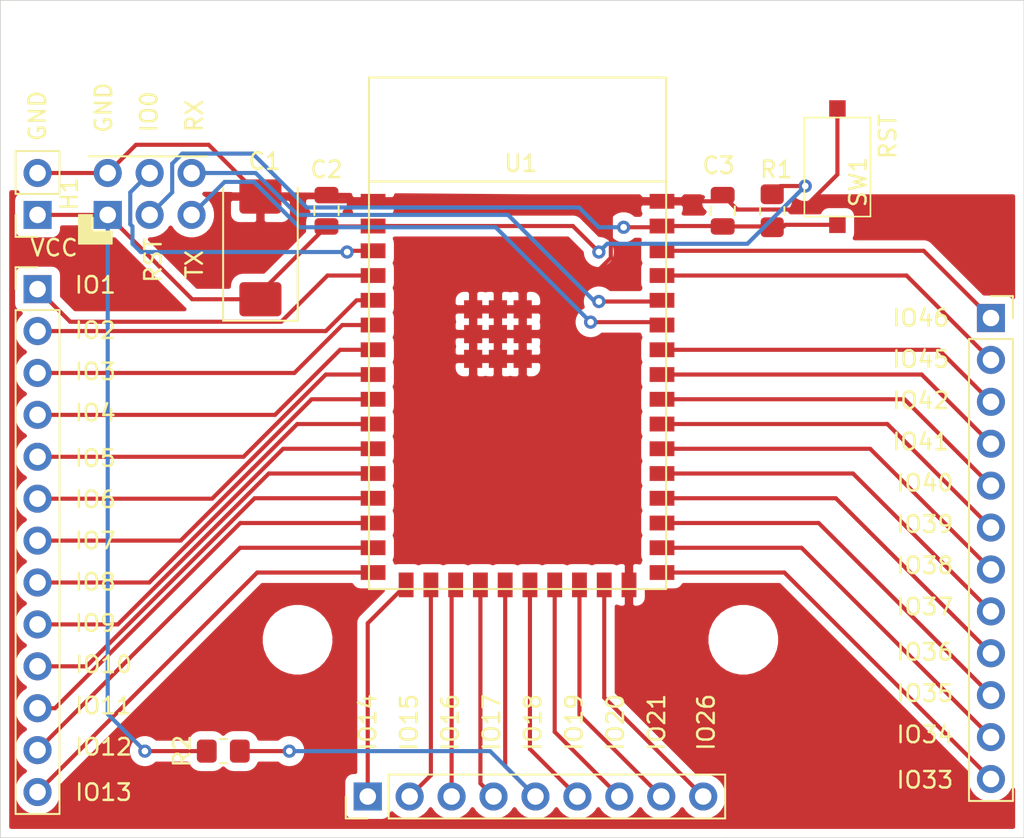
<source format=kicad_pcb>
(kicad_pcb (version 20171130) (host pcbnew 5.1.9+dfsg1-1)

  (general
    (thickness 1.6)
    (drawings 50)
    (tracks 176)
    (zones 0)
    (modules 16)
    (nets 41)
  )

  (page A4)
  (layers
    (0 F.Cu signal)
    (31 B.Cu signal)
    (32 B.Adhes user)
    (33 F.Adhes user)
    (34 B.Paste user)
    (35 F.Paste user)
    (36 B.SilkS user)
    (37 F.SilkS user)
    (38 B.Mask user)
    (39 F.Mask user)
    (40 Dwgs.User user)
    (41 Cmts.User user)
    (42 Eco1.User user)
    (43 Eco2.User user)
    (44 Edge.Cuts user)
    (45 Margin user)
    (46 B.CrtYd user)
    (47 F.CrtYd user)
    (48 B.Fab user)
    (49 F.Fab user)
  )

  (setup
    (last_trace_width 0.25)
    (trace_clearance 0.2)
    (zone_clearance 0.508)
    (zone_45_only no)
    (trace_min 0.2)
    (via_size 0.8)
    (via_drill 0.4)
    (via_min_size 0.4)
    (via_min_drill 0.3)
    (uvia_size 0.3)
    (uvia_drill 0.1)
    (uvias_allowed no)
    (uvia_min_size 0.2)
    (uvia_min_drill 0.1)
    (edge_width 0.05)
    (segment_width 0.2)
    (pcb_text_width 0.3)
    (pcb_text_size 1.5 1.5)
    (mod_edge_width 0.12)
    (mod_text_size 1 1)
    (mod_text_width 0.15)
    (pad_size 1.524 1.524)
    (pad_drill 0.762)
    (pad_to_mask_clearance 0)
    (aux_axis_origin 0 0)
    (visible_elements FFFFFF7F)
    (pcbplotparams
      (layerselection 0x010fc_ffffffff)
      (usegerberextensions false)
      (usegerberattributes false)
      (usegerberadvancedattributes true)
      (creategerberjobfile true)
      (excludeedgelayer true)
      (linewidth 0.100000)
      (plotframeref false)
      (viasonmask false)
      (mode 1)
      (useauxorigin false)
      (hpglpennumber 1)
      (hpglpenspeed 20)
      (hpglpendiameter 15.000000)
      (psnegative false)
      (psa4output false)
      (plotreference true)
      (plotvalue true)
      (plotinvisibletext false)
      (padsonsilk false)
      (subtractmaskfromsilk true)
      (outputformat 1)
      (mirror false)
      (drillshape 0)
      (scaleselection 1)
      (outputdirectory "/tmp/breakout"))
  )

  (net 0 "")
  (net 1 /IO13)
  (net 2 /IO12)
  (net 3 /IO11)
  (net 4 /IO10)
  (net 5 /IO9)
  (net 6 /IO8)
  (net 7 /IO7)
  (net 8 /IO6)
  (net 9 /IO5)
  (net 10 /IO4)
  (net 11 /IO3)
  (net 12 /IO2)
  (net 13 /IO1)
  (net 14 /IO14)
  (net 15 "Net-(C3-Pad1)")
  (net 16 VCC)
  (net 17 GND)
  (net 18 IO0)
  (net 19 /RXD0)
  (net 20 /TXD0)
  (net 21 /IO26)
  (net 22 /IO21)
  (net 23 /IO20)
  (net 24 /IO19)
  (net 25 /IO18)
  (net 26 /IO17)
  (net 27 /IO16)
  (net 28 /IO15)
  (net 29 /IO33)
  (net 30 /IO34)
  (net 31 /IO35)
  (net 32 /IO36)
  (net 33 /IO37)
  (net 34 /IO38)
  (net 35 /IO39)
  (net 36 /IO40)
  (net 37 /IO41)
  (net 38 /IO42)
  (net 39 /IO45)
  (net 40 /IO46)

  (net_class Default "This is the default net class."
    (clearance 0.2)
    (trace_width 0.25)
    (via_dia 0.8)
    (via_drill 0.4)
    (uvia_dia 0.3)
    (uvia_drill 0.1)
    (add_net /IO1)
    (add_net /IO10)
    (add_net /IO11)
    (add_net /IO12)
    (add_net /IO13)
    (add_net /IO14)
    (add_net /IO15)
    (add_net /IO16)
    (add_net /IO17)
    (add_net /IO18)
    (add_net /IO19)
    (add_net /IO2)
    (add_net /IO20)
    (add_net /IO21)
    (add_net /IO26)
    (add_net /IO3)
    (add_net /IO33)
    (add_net /IO34)
    (add_net /IO35)
    (add_net /IO36)
    (add_net /IO37)
    (add_net /IO38)
    (add_net /IO39)
    (add_net /IO4)
    (add_net /IO40)
    (add_net /IO41)
    (add_net /IO42)
    (add_net /IO45)
    (add_net /IO46)
    (add_net /IO5)
    (add_net /IO6)
    (add_net /IO7)
    (add_net /IO8)
    (add_net /IO9)
    (add_net /RXD0)
    (add_net /TXD0)
    (add_net GND)
    (add_net IO0)
    (add_net "Net-(C3-Pad1)")
    (add_net VCC)
  )

  (module MountingHole:MountingHole_3.2mm_M3 (layer F.Cu) (tedit 56D1B4CB) (tstamp 60AAC344)
    (at 140.25 72.75)
    (descr "Mounting Hole 3.2mm, no annular, M3")
    (tags "mounting hole 3.2mm no annular m3")
    (path /60B1DD55)
    (attr virtual)
    (fp_text reference H5 (at 0 -4.2) (layer F.SilkS) hide
      (effects (font (size 1 1) (thickness 0.15)))
    )
    (fp_text value MountingHole (at 0 4.2) (layer F.Fab) hide
      (effects (font (size 1 1) (thickness 0.15)))
    )
    (fp_circle (center 0 0) (end 3.45 0) (layer F.CrtYd) (width 0.05))
    (fp_circle (center 0 0) (end 3.2 0) (layer Cmts.User) (width 0.15))
    (fp_text user %R (at 0.3 0) (layer F.Fab)
      (effects (font (size 1 1) (thickness 0.15)))
    )
    (pad 1 np_thru_hole circle (at 0 0) (size 3.2 3.2) (drill 3.2) (layers *.Cu *.Mask))
  )

  (module MountingHole:MountingHole_3.2mm_M3 (layer F.Cu) (tedit 56D1B4CB) (tstamp 60AABE8D)
    (at 140.25 106.75)
    (descr "Mounting Hole 3.2mm, no annular, M3")
    (tags "mounting hole 3.2mm no annular m3")
    (path /60B1DC02)
    (attr virtual)
    (fp_text reference H4 (at 0 -4.2) (layer F.SilkS) hide
      (effects (font (size 1 1) (thickness 0.15)))
    )
    (fp_text value MountingHole (at 0 4.2) (layer F.Fab) hide
      (effects (font (size 1 1) (thickness 0.15)))
    )
    (fp_circle (center 0 0) (end 3.45 0) (layer F.CrtYd) (width 0.05))
    (fp_circle (center 0 0) (end 3.2 0) (layer Cmts.User) (width 0.15))
    (fp_text user %R (at 0.3 0) (layer F.Fab)
      (effects (font (size 1 1) (thickness 0.15)))
    )
    (pad 1 np_thru_hole circle (at 0 0) (size 3.2 3.2) (drill 3.2) (layers *.Cu *.Mask))
  )

  (module MountingHole:MountingHole_3.2mm_M3 (layer F.Cu) (tedit 56D1B4CB) (tstamp 60AAC3DF)
    (at 113.25 106.75)
    (descr "Mounting Hole 3.2mm, no annular, M3")
    (tags "mounting hole 3.2mm no annular m3")
    (path /60B1DA03)
    (attr virtual)
    (fp_text reference H3 (at 0 -4.2) (layer F.SilkS) hide
      (effects (font (size 1 1) (thickness 0.15)))
    )
    (fp_text value MountingHole (at 0 4.2) (layer F.Fab) hide
      (effects (font (size 1 1) (thickness 0.15)))
    )
    (fp_circle (center 0 0) (end 3.45 0) (layer F.CrtYd) (width 0.05))
    (fp_circle (center 0 0) (end 3.2 0) (layer Cmts.User) (width 0.15))
    (fp_text user %R (at 0.3 0) (layer F.Fab)
      (effects (font (size 1 1) (thickness 0.15)))
    )
    (pad 1 np_thru_hole circle (at 0 0) (size 3.2 3.2) (drill 3.2) (layers *.Cu *.Mask))
  )

  (module MountingHole:MountingHole_3.2mm_M3 (layer F.Cu) (tedit 56D1B4CB) (tstamp 60AABE7D)
    (at 113.25 72.75)
    (descr "Mounting Hole 3.2mm, no annular, M3")
    (tags "mounting hole 3.2mm no annular m3")
    (path /60B1D809)
    (attr virtual)
    (fp_text reference H2 (at 0 -4.2) (layer F.SilkS) hide
      (effects (font (size 1 1) (thickness 0.15)))
    )
    (fp_text value MountingHole (at 0 4.2) (layer F.Fab) hide
      (effects (font (size 1 1) (thickness 0.15)))
    )
    (fp_circle (center 0 0) (end 3.45 0) (layer F.CrtYd) (width 0.05))
    (fp_circle (center 0 0) (end 3.2 0) (layer Cmts.User) (width 0.15))
    (fp_text user %R (at 0.3 0) (layer F.Fab)
      (effects (font (size 1 1) (thickness 0.15)))
    )
    (pad 1 np_thru_hole circle (at 0 0) (size 3.2 3.2) (drill 3.2) (layers *.Cu *.Mask))
  )

  (module Capacitor_Tantalum_SMD:CP_EIA-7343-31_Kemet-D (layer F.Cu) (tedit 5EBA9318) (tstamp 60AAAF3D)
    (at 111 83 90)
    (descr "Tantalum Capacitor SMD Kemet-D (7343-31 Metric), IPC_7351 nominal, (Body size from: http://www.kemet.com/Lists/ProductCatalog/Attachments/253/KEM_TC101_STD.pdf), generated with kicad-footprint-generator")
    (tags "capacitor tantalum")
    (path /60AA9E9E)
    (attr smd)
    (fp_text reference C1 (at 5.25 0.25 180) (layer F.SilkS)
      (effects (font (size 1 1) (thickness 0.15)))
    )
    (fp_text value 220µF (at 0 3.1 90) (layer F.Fab) hide
      (effects (font (size 1 1) (thickness 0.15)))
    )
    (fp_line (start 3.65 -2.15) (end -2.65 -2.15) (layer F.Fab) (width 0.1))
    (fp_line (start -2.65 -2.15) (end -3.65 -1.15) (layer F.Fab) (width 0.1))
    (fp_line (start -3.65 -1.15) (end -3.65 2.15) (layer F.Fab) (width 0.1))
    (fp_line (start -3.65 2.15) (end 3.65 2.15) (layer F.Fab) (width 0.1))
    (fp_line (start 3.65 2.15) (end 3.65 -2.15) (layer F.Fab) (width 0.1))
    (fp_line (start 3.65 -2.26) (end -4.41 -2.26) (layer F.SilkS) (width 0.12))
    (fp_line (start -4.41 -2.26) (end -4.41 2.26) (layer F.SilkS) (width 0.12))
    (fp_line (start -4.41 2.26) (end 3.65 2.26) (layer F.SilkS) (width 0.12))
    (fp_line (start -4.4 2.4) (end -4.4 -2.4) (layer F.CrtYd) (width 0.05))
    (fp_line (start -4.4 -2.4) (end 4.4 -2.4) (layer F.CrtYd) (width 0.05))
    (fp_line (start 4.4 -2.4) (end 4.4 2.4) (layer F.CrtYd) (width 0.05))
    (fp_line (start 4.4 2.4) (end -4.4 2.4) (layer F.CrtYd) (width 0.05))
    (fp_text user %R (at 0 0 90) (layer F.Fab)
      (effects (font (size 1 1) (thickness 0.15)))
    )
    (pad 2 smd roundrect (at 3.1125 0 90) (size 2.075 2.55) (layers F.Cu F.Paste F.Mask) (roundrect_rratio 0.1204819277108434)
      (net 17 GND))
    (pad 1 smd roundrect (at -3.1125 0 90) (size 2.075 2.55) (layers F.Cu F.Paste F.Mask) (roundrect_rratio 0.1204819277108434)
      (net 16 VCC))
    (model ${KISYS3DMOD}/Capacitor_Tantalum_SMD.3dshapes/CP_EIA-7343-31_Kemet-D.wrl
      (at (xyz 0 0 0))
      (scale (xyz 1 1 1))
      (rotate (xyz 0 0 0))
    )
  )

  (module Resistor_SMD:R_0805_2012Metric_Pad1.20x1.40mm_HandSolder (layer F.Cu) (tedit 5F68FEEE) (tstamp 60AAA90B)
    (at 108.75 113.5)
    (descr "Resistor SMD 0805 (2012 Metric), square (rectangular) end terminal, IPC_7351 nominal with elongated pad for handsoldering. (Body size source: IPC-SM-782 page 72, https://www.pcb-3d.com/wordpress/wp-content/uploads/ipc-sm-782a_amendment_1_and_2.pdf), generated with kicad-footprint-generator")
    (tags "resistor handsolder")
    (path /60AE68B8)
    (attr smd)
    (fp_text reference R2 (at -2.5 0 90) (layer F.SilkS)
      (effects (font (size 1 1) (thickness 0.15)))
    )
    (fp_text value 10k (at 0 1.65) (layer F.Fab) hide
      (effects (font (size 1 1) (thickness 0.15)))
    )
    (fp_line (start 1.85 0.95) (end -1.85 0.95) (layer F.CrtYd) (width 0.05))
    (fp_line (start 1.85 -0.95) (end 1.85 0.95) (layer F.CrtYd) (width 0.05))
    (fp_line (start -1.85 -0.95) (end 1.85 -0.95) (layer F.CrtYd) (width 0.05))
    (fp_line (start -1.85 0.95) (end -1.85 -0.95) (layer F.CrtYd) (width 0.05))
    (fp_line (start -0.227064 0.735) (end 0.227064 0.735) (layer F.SilkS) (width 0.12))
    (fp_line (start -0.227064 -0.735) (end 0.227064 -0.735) (layer F.SilkS) (width 0.12))
    (fp_line (start 1 0.625) (end -1 0.625) (layer F.Fab) (width 0.1))
    (fp_line (start 1 -0.625) (end 1 0.625) (layer F.Fab) (width 0.1))
    (fp_line (start -1 -0.625) (end 1 -0.625) (layer F.Fab) (width 0.1))
    (fp_line (start -1 0.625) (end -1 -0.625) (layer F.Fab) (width 0.1))
    (fp_text user %R (at 0 0) (layer F.Fab)
      (effects (font (size 0.5 0.5) (thickness 0.08)))
    )
    (pad 2 smd roundrect (at 1 0) (size 1.2 1.4) (layers F.Cu F.Paste F.Mask) (roundrect_rratio 0.2083325)
      (net 25 /IO18))
    (pad 1 smd roundrect (at -1 0) (size 1.2 1.4) (layers F.Cu F.Paste F.Mask) (roundrect_rratio 0.2083325)
      (net 16 VCC))
    (model ${KISYS3DMOD}/Resistor_SMD.3dshapes/R_0805_2012Metric.wrl
      (at (xyz 0 0 0))
      (scale (xyz 1 1 1))
      (rotate (xyz 0 0 0))
    )
  )

  (module Connector_PinSocket_2.54mm:PinSocket_1x12_P2.54mm_Vertical (layer F.Cu) (tedit 5A19A41D) (tstamp 60AAA8DA)
    (at 155.25 87.25)
    (descr "Through hole straight socket strip, 1x12, 2.54mm pitch, single row (from Kicad 4.0.7), script generated")
    (tags "Through hole socket strip THT 1x12 2.54mm single row")
    (path /60AEB61D)
    (fp_text reference J4 (at 0 -2.77) (layer F.SilkS) hide
      (effects (font (size 1 1) (thickness 0.15)))
    )
    (fp_text value Conn_01x12_Female (at 0 30.71) (layer F.Fab) hide
      (effects (font (size 1 1) (thickness 0.15)))
    )
    (fp_line (start -1.8 29.7) (end -1.8 -1.8) (layer F.CrtYd) (width 0.05))
    (fp_line (start 1.75 29.7) (end -1.8 29.7) (layer F.CrtYd) (width 0.05))
    (fp_line (start 1.75 -1.8) (end 1.75 29.7) (layer F.CrtYd) (width 0.05))
    (fp_line (start -1.8 -1.8) (end 1.75 -1.8) (layer F.CrtYd) (width 0.05))
    (fp_line (start 0 -1.33) (end 1.33 -1.33) (layer F.SilkS) (width 0.12))
    (fp_line (start 1.33 -1.33) (end 1.33 0) (layer F.SilkS) (width 0.12))
    (fp_line (start 1.33 1.27) (end 1.33 29.27) (layer F.SilkS) (width 0.12))
    (fp_line (start -1.33 29.27) (end 1.33 29.27) (layer F.SilkS) (width 0.12))
    (fp_line (start -1.33 1.27) (end -1.33 29.27) (layer F.SilkS) (width 0.12))
    (fp_line (start -1.33 1.27) (end 1.33 1.27) (layer F.SilkS) (width 0.12))
    (fp_line (start -1.27 29.21) (end -1.27 -1.27) (layer F.Fab) (width 0.1))
    (fp_line (start 1.27 29.21) (end -1.27 29.21) (layer F.Fab) (width 0.1))
    (fp_line (start 1.27 -0.635) (end 1.27 29.21) (layer F.Fab) (width 0.1))
    (fp_line (start 0.635 -1.27) (end 1.27 -0.635) (layer F.Fab) (width 0.1))
    (fp_line (start -1.27 -1.27) (end 0.635 -1.27) (layer F.Fab) (width 0.1))
    (fp_text user %R (at 0 13.97 90) (layer F.Fab)
      (effects (font (size 1 1) (thickness 0.15)))
    )
    (pad 12 thru_hole oval (at 0 27.94) (size 1.7 1.7) (drill 1) (layers *.Cu *.Mask)
      (net 29 /IO33))
    (pad 11 thru_hole oval (at 0 25.4) (size 1.7 1.7) (drill 1) (layers *.Cu *.Mask)
      (net 30 /IO34))
    (pad 10 thru_hole oval (at 0 22.86) (size 1.7 1.7) (drill 1) (layers *.Cu *.Mask)
      (net 31 /IO35))
    (pad 9 thru_hole oval (at 0 20.32) (size 1.7 1.7) (drill 1) (layers *.Cu *.Mask)
      (net 32 /IO36))
    (pad 8 thru_hole oval (at 0 17.78) (size 1.7 1.7) (drill 1) (layers *.Cu *.Mask)
      (net 33 /IO37))
    (pad 7 thru_hole oval (at 0 15.24) (size 1.7 1.7) (drill 1) (layers *.Cu *.Mask)
      (net 34 /IO38))
    (pad 6 thru_hole oval (at 0 12.7) (size 1.7 1.7) (drill 1) (layers *.Cu *.Mask)
      (net 35 /IO39))
    (pad 5 thru_hole oval (at 0 10.16) (size 1.7 1.7) (drill 1) (layers *.Cu *.Mask)
      (net 36 /IO40))
    (pad 4 thru_hole oval (at 0 7.62) (size 1.7 1.7) (drill 1) (layers *.Cu *.Mask)
      (net 37 /IO41))
    (pad 3 thru_hole oval (at 0 5.08) (size 1.7 1.7) (drill 1) (layers *.Cu *.Mask)
      (net 38 /IO42))
    (pad 2 thru_hole oval (at 0 2.54) (size 1.7 1.7) (drill 1) (layers *.Cu *.Mask)
      (net 39 /IO45))
    (pad 1 thru_hole rect (at 0 0) (size 1.7 1.7) (drill 1) (layers *.Cu *.Mask)
      (net 40 /IO46))
    (model ${KISYS3DMOD}/Connector_PinSocket_2.54mm.3dshapes/PinSocket_1x12_P2.54mm_Vertical.wrl
      (at (xyz 0 0 0))
      (scale (xyz 1 1 1))
      (rotate (xyz 0 0 0))
    )
  )

  (module Connector_PinSocket_2.54mm:PinSocket_1x02_P2.54mm_Vertical (layer F.Cu) (tedit 5A19A420) (tstamp 60AAA8BA)
    (at 97.5 81 180)
    (descr "Through hole straight socket strip, 1x02, 2.54mm pitch, single row (from Kicad 4.0.7), script generated")
    (tags "Through hole socket strip THT 1x02 2.54mm single row")
    (path /60AE2DDF)
    (fp_text reference J3 (at 0 -2.77) (layer F.SilkS) hide
      (effects (font (size 1 1) (thickness 0.15)))
    )
    (fp_text value "ext. VCC" (at 0 5.31) (layer F.Fab) hide
      (effects (font (size 1 1) (thickness 0.15)))
    )
    (fp_line (start -1.8 4.3) (end -1.8 -1.8) (layer F.CrtYd) (width 0.05))
    (fp_line (start 1.75 4.3) (end -1.8 4.3) (layer F.CrtYd) (width 0.05))
    (fp_line (start 1.75 -1.8) (end 1.75 4.3) (layer F.CrtYd) (width 0.05))
    (fp_line (start -1.8 -1.8) (end 1.75 -1.8) (layer F.CrtYd) (width 0.05))
    (fp_line (start 0 -1.33) (end 1.33 -1.33) (layer F.SilkS) (width 0.12))
    (fp_line (start 1.33 -1.33) (end 1.33 0) (layer F.SilkS) (width 0.12))
    (fp_line (start 1.33 1.27) (end 1.33 3.87) (layer F.SilkS) (width 0.12))
    (fp_line (start -1.33 3.87) (end 1.33 3.87) (layer F.SilkS) (width 0.12))
    (fp_line (start -1.33 1.27) (end -1.33 3.87) (layer F.SilkS) (width 0.12))
    (fp_line (start -1.33 1.27) (end 1.33 1.27) (layer F.SilkS) (width 0.12))
    (fp_line (start -1.27 3.81) (end -1.27 -1.27) (layer F.Fab) (width 0.1))
    (fp_line (start 1.27 3.81) (end -1.27 3.81) (layer F.Fab) (width 0.1))
    (fp_line (start 1.27 -0.635) (end 1.27 3.81) (layer F.Fab) (width 0.1))
    (fp_line (start 0.635 -1.27) (end 1.27 -0.635) (layer F.Fab) (width 0.1))
    (fp_line (start -1.27 -1.27) (end 0.635 -1.27) (layer F.Fab) (width 0.1))
    (fp_text user %R (at 0 1.27 90) (layer F.Fab)
      (effects (font (size 1 1) (thickness 0.15)))
    )
    (pad 2 thru_hole oval (at 0 2.54 180) (size 1.7 1.7) (drill 1) (layers *.Cu *.Mask)
      (net 17 GND))
    (pad 1 thru_hole rect (at 0 0 180) (size 1.7 1.7) (drill 1) (layers *.Cu *.Mask)
      (net 16 VCC))
    (model ${KISYS3DMOD}/Connector_PinSocket_2.54mm.3dshapes/PinSocket_1x02_P2.54mm_Vertical.wrl
      (at (xyz 0 0 0))
      (scale (xyz 1 1 1))
      (rotate (xyz 0 0 0))
    )
  )

  (module esp32header:esp32-prog-header (layer F.Cu) (tedit 5FF1CA26) (tstamp 60AAA868)
    (at 101.75 81 90)
    (descr "ESP 32 program header")
    (tags esp32,header)
    (path /60AA48CF)
    (fp_text reference H1 (at 1.27 -2.33 90) (layer F.SilkS)
      (effects (font (size 1 1) (thickness 0.15)))
    )
    (fp_text value ESP32Header (at 1.27 7.41 90) (layer F.Fab) hide
      (effects (font (size 1 1) (thickness 0.15)))
    )
    (fp_line (start 3.55 3.1) (end 3.55 6) (layer F.SilkS) (width 0.12))
    (fp_line (start 3.55 0.9) (end 3.55 3.1) (layer F.SilkS) (width 0.12))
    (fp_line (start 3.55 -1.15) (end 3.55 0.9) (layer F.SilkS) (width 0.12))
    (fp_poly (pts (xy 0 -0.95) (xy -1 -0.95) (xy -1 0.25) (xy -1.75 0.25)
      (xy -1.75 -1.75) (xy 0 -1.75)) (layer F.SilkS) (width 0.1))
    (fp_line (start 4.1 -1.8) (end -1.8 -1.8) (layer F.CrtYd) (width 0.05))
    (fp_line (start 4.1 6.6) (end 4.1 -1.8) (layer F.CrtYd) (width 0.05))
    (fp_line (start -1.8 6.6) (end 4.1 6.6) (layer F.CrtYd) (width 0.05))
    (fp_line (start -1.8 -1.8) (end -1.8 6.6) (layer F.CrtYd) (width 0.05))
    (fp_line (start -1.27 0) (end 0 -1.27) (layer F.Fab) (width 0.1))
    (fp_line (start -1.27 6.35) (end -1.27 0) (layer F.Fab) (width 0.1))
    (fp_line (start 3.81 6.35) (end -1.27 6.35) (layer F.Fab) (width 0.1))
    (fp_line (start 3.81 -1.27) (end 3.81 6.35) (layer F.Fab) (width 0.1))
    (fp_line (start 0 -1.27) (end 3.81 -1.27) (layer F.Fab) (width 0.1))
    (fp_text user %R (at 1.27 2.54) (layer F.Fab)
      (effects (font (size 1 1) (thickness 0.15)))
    )
    (pad 1 thru_hole rect (at 0 0 90) (size 1.7 1.7) (drill 1) (layers *.Cu *.Mask)
      (net 16 VCC))
    (pad 2 thru_hole oval (at 2.54 0 90) (size 1.7 1.7) (drill 1) (layers *.Cu *.Mask)
      (net 17 GND))
    (pad 3 thru_hole oval (at 0 2.54 90) (size 1.7 1.7) (drill 1) (layers *.Cu *.Mask)
      (net 15 "Net-(C3-Pad1)"))
    (pad 4 thru_hole oval (at 2.54 2.54 90) (size 1.7 1.7) (drill 1) (layers *.Cu *.Mask)
      (net 18 IO0))
    (pad 5 thru_hole oval (at 0 5.08 90) (size 1.7 1.7) (drill 1) (layers *.Cu *.Mask)
      (net 20 /TXD0))
    (pad 6 thru_hole oval (at 2.54 5.08 90) (size 1.7 1.7) (drill 1) (layers *.Cu *.Mask)
      (net 19 /RXD0))
    (model ${KISYS3DMOD}/Connector_PinHeader_2.54mm.3dshapes/PinHeader_2x03_P2.54mm_Vertical.wrl
      (at (xyz 0 0 0))
      (scale (xyz 1 1 1))
      (rotate (xyz 0 0 0))
    )
  )

  (module Capacitor_SMD:C_0805_2012Metric (layer F.Cu) (tedit 5F68FEEE) (tstamp 60AAA850)
    (at 139 80.75 90)
    (descr "Capacitor SMD 0805 (2012 Metric), square (rectangular) end terminal, IPC_7351 nominal, (Body size source: IPC-SM-782 page 76, https://www.pcb-3d.com/wordpress/wp-content/uploads/ipc-sm-782a_amendment_1_and_2.pdf, https://docs.google.com/spreadsheets/d/1BsfQQcO9C6DZCsRaXUlFlo91Tg2WpOkGARC1WS5S8t0/edit?usp=sharing), generated with kicad-footprint-generator")
    (tags capacitor)
    (path /60AA62B8)
    (attr smd)
    (fp_text reference C3 (at 2.75 -0.25) (layer F.SilkS)
      (effects (font (size 1 1) (thickness 0.15)))
    )
    (fp_text value 1µF (at 0 1.68 90) (layer F.Fab) hide
      (effects (font (size 1 1) (thickness 0.15)))
    )
    (fp_line (start 1.7 0.98) (end -1.7 0.98) (layer F.CrtYd) (width 0.05))
    (fp_line (start 1.7 -0.98) (end 1.7 0.98) (layer F.CrtYd) (width 0.05))
    (fp_line (start -1.7 -0.98) (end 1.7 -0.98) (layer F.CrtYd) (width 0.05))
    (fp_line (start -1.7 0.98) (end -1.7 -0.98) (layer F.CrtYd) (width 0.05))
    (fp_line (start -0.261252 0.735) (end 0.261252 0.735) (layer F.SilkS) (width 0.12))
    (fp_line (start -0.261252 -0.735) (end 0.261252 -0.735) (layer F.SilkS) (width 0.12))
    (fp_line (start 1 0.625) (end -1 0.625) (layer F.Fab) (width 0.1))
    (fp_line (start 1 -0.625) (end 1 0.625) (layer F.Fab) (width 0.1))
    (fp_line (start -1 -0.625) (end 1 -0.625) (layer F.Fab) (width 0.1))
    (fp_line (start -1 0.625) (end -1 -0.625) (layer F.Fab) (width 0.1))
    (fp_text user %R (at 0 0 90) (layer F.Fab)
      (effects (font (size 0.5 0.5) (thickness 0.08)))
    )
    (pad 2 smd roundrect (at 0.95 0 90) (size 1 1.45) (layers F.Cu F.Paste F.Mask) (roundrect_rratio 0.25)
      (net 17 GND))
    (pad 1 smd roundrect (at -0.95 0 90) (size 1 1.45) (layers F.Cu F.Paste F.Mask) (roundrect_rratio 0.25)
      (net 15 "Net-(C3-Pad1)"))
    (model ${KISYS3DMOD}/Capacitor_SMD.3dshapes/C_0805_2012Metric.wrl
      (at (xyz 0 0 0))
      (scale (xyz 1 1 1))
      (rotate (xyz 0 0 0))
    )
  )

  (module Capacitor_SMD:C_0805_2012Metric (layer F.Cu) (tedit 5F68FEEE) (tstamp 60AAA83F)
    (at 115 80.75 270)
    (descr "Capacitor SMD 0805 (2012 Metric), square (rectangular) end terminal, IPC_7351 nominal, (Body size source: IPC-SM-782 page 76, https://www.pcb-3d.com/wordpress/wp-content/uploads/ipc-sm-782a_amendment_1_and_2.pdf, https://docs.google.com/spreadsheets/d/1BsfQQcO9C6DZCsRaXUlFlo91Tg2WpOkGARC1WS5S8t0/edit?usp=sharing), generated with kicad-footprint-generator")
    (tags capacitor)
    (path /60AA67A3)
    (attr smd)
    (fp_text reference C2 (at -2.5 0 180) (layer F.SilkS)
      (effects (font (size 1 1) (thickness 0.15)))
    )
    (fp_text value 100nF (at 0 1.68 90) (layer F.Fab) hide
      (effects (font (size 1 1) (thickness 0.15)))
    )
    (fp_line (start 1.7 0.98) (end -1.7 0.98) (layer F.CrtYd) (width 0.05))
    (fp_line (start 1.7 -0.98) (end 1.7 0.98) (layer F.CrtYd) (width 0.05))
    (fp_line (start -1.7 -0.98) (end 1.7 -0.98) (layer F.CrtYd) (width 0.05))
    (fp_line (start -1.7 0.98) (end -1.7 -0.98) (layer F.CrtYd) (width 0.05))
    (fp_line (start -0.261252 0.735) (end 0.261252 0.735) (layer F.SilkS) (width 0.12))
    (fp_line (start -0.261252 -0.735) (end 0.261252 -0.735) (layer F.SilkS) (width 0.12))
    (fp_line (start 1 0.625) (end -1 0.625) (layer F.Fab) (width 0.1))
    (fp_line (start 1 -0.625) (end 1 0.625) (layer F.Fab) (width 0.1))
    (fp_line (start -1 -0.625) (end 1 -0.625) (layer F.Fab) (width 0.1))
    (fp_line (start -1 0.625) (end -1 -0.625) (layer F.Fab) (width 0.1))
    (fp_text user %R (at 0 0 90) (layer F.Fab)
      (effects (font (size 0.5 0.5) (thickness 0.08)))
    )
    (pad 2 smd roundrect (at 0.95 0 270) (size 1 1.45) (layers F.Cu F.Paste F.Mask) (roundrect_rratio 0.25)
      (net 16 VCC))
    (pad 1 smd roundrect (at -0.95 0 270) (size 1 1.45) (layers F.Cu F.Paste F.Mask) (roundrect_rratio 0.25)
      (net 17 GND))
    (model ${KISYS3DMOD}/Capacitor_SMD.3dshapes/C_0805_2012Metric.wrl
      (at (xyz 0 0 0))
      (scale (xyz 1 1 1))
      (rotate (xyz 0 0 0))
    )
  )

  (module esp32s2:ESP32-S2-WROOM (layer F.Cu) (tedit 5E6C6970) (tstamp 60AAA065)
    (at 117.574999 72.674999)
    (path /60AA3E06)
    (fp_text reference U1 (at 9.2 5.2) (layer F.SilkS)
      (effects (font (size 1 1) (thickness 0.15)))
    )
    (fp_text value ESP32-S2-WROOM (at 9.2 4.2) (layer F.Fab)
      (effects (font (size 1 1) (thickness 0.15)))
    )
    (fp_line (start 0 6.3) (end 18 6.3) (layer F.SilkS) (width 0.12))
    (fp_line (start 0 31) (end 0 0) (layer F.SilkS) (width 0.12))
    (fp_line (start 18 31) (end 0 31) (layer F.SilkS) (width 0.12))
    (fp_line (start 18 0) (end 18 31) (layer F.SilkS) (width 0.12))
    (fp_line (start 0 0) (end 18 0) (layer F.SilkS) (width 0.12))
    (pad 1 smd rect (at 0.25 7.5) (size 1.5 0.9) (layers F.Cu F.Paste F.Mask)
      (net 17 GND))
    (pad 2 smd rect (at 0.25 9) (size 1.5 0.9) (layers F.Cu F.Paste F.Mask)
      (net 16 VCC))
    (pad 4 smd rect (at 0.25 12) (size 1.5 0.9) (layers F.Cu F.Paste F.Mask)
      (net 13 /IO1))
    (pad 3 smd rect (at 0.25 10.5) (size 1.5 0.9) (layers F.Cu F.Paste F.Mask)
      (net 18 IO0))
    (pad 6 smd rect (at 0.25 15) (size 1.5 0.9) (layers F.Cu F.Paste F.Mask)
      (net 11 /IO3))
    (pad 5 smd rect (at 0.25 13.5) (size 1.5 0.9) (layers F.Cu F.Paste F.Mask)
      (net 12 /IO2))
    (pad 8 smd rect (at 0.25 18) (size 1.5 0.9) (layers F.Cu F.Paste F.Mask)
      (net 9 /IO5))
    (pad 7 smd rect (at 0.25 16.5) (size 1.5 0.9) (layers F.Cu F.Paste F.Mask)
      (net 10 /IO4))
    (pad 10 smd rect (at 0.25 21) (size 1.5 0.9) (layers F.Cu F.Paste F.Mask)
      (net 7 /IO7))
    (pad 9 smd rect (at 0.25 19.5) (size 1.5 0.9) (layers F.Cu F.Paste F.Mask)
      (net 8 /IO6))
    (pad 12 smd rect (at 0.25 24) (size 1.5 0.9) (layers F.Cu F.Paste F.Mask)
      (net 5 /IO9))
    (pad 11 smd rect (at 0.25 22.5) (size 1.5 0.9) (layers F.Cu F.Paste F.Mask)
      (net 6 /IO8))
    (pad 14 smd rect (at 0.25 27) (size 1.5 0.9) (layers F.Cu F.Paste F.Mask)
      (net 3 /IO11))
    (pad 13 smd rect (at 0.25 25.5) (size 1.5 0.9) (layers F.Cu F.Paste F.Mask)
      (net 4 /IO10))
    (pad 16 smd rect (at 0.25 30) (size 1.5 0.9) (layers F.Cu F.Paste F.Mask)
      (net 1 /IO13))
    (pad 15 smd rect (at 0.25 28.5) (size 1.5 0.9) (layers F.Cu F.Paste F.Mask)
      (net 2 /IO12))
    (pad 17 smd rect (at 2.25 30.75 90) (size 1.5 0.9) (layers F.Cu F.Paste F.Mask)
      (net 14 /IO14))
    (pad 18 smd rect (at 3.75 30.75 90) (size 1.5 0.9) (layers F.Cu F.Paste F.Mask)
      (net 28 /IO15))
    (pad 20 smd rect (at 6.75 30.75 90) (size 1.5 0.9) (layers F.Cu F.Paste F.Mask)
      (net 26 /IO17))
    (pad 19 smd rect (at 5.25 30.75 90) (size 1.5 0.9) (layers F.Cu F.Paste F.Mask)
      (net 27 /IO16))
    (pad 22 smd rect (at 9.75 30.75 90) (size 1.5 0.9) (layers F.Cu F.Paste F.Mask)
      (net 24 /IO19))
    (pad 21 smd rect (at 8.25 30.75 90) (size 1.5 0.9) (layers F.Cu F.Paste F.Mask)
      (net 25 /IO18))
    (pad 24 smd rect (at 12.75 30.75 90) (size 1.5 0.9) (layers F.Cu F.Paste F.Mask)
      (net 22 /IO21))
    (pad 23 smd rect (at 11.25 30.75 90) (size 1.5 0.9) (layers F.Cu F.Paste F.Mask)
      (net 23 /IO20))
    (pad 26 smd rect (at 15.75 30.75 90) (size 1.5 0.9) (layers F.Cu F.Paste F.Mask)
      (net 17 GND))
    (pad 25 smd rect (at 14.25 30.75 90) (size 1.5 0.9) (layers F.Cu F.Paste F.Mask)
      (net 21 /IO26))
    (pad 40 smd rect (at 17.75 10.5) (size 1.5 0.9) (layers F.Cu F.Paste F.Mask)
      (net 40 /IO46))
    (pad 39 smd rect (at 17.75 12) (size 1.5 0.9) (layers F.Cu F.Paste F.Mask)
      (net 39 /IO45))
    (pad 35 smd rect (at 17.75 18) (size 1.5 0.9) (layers F.Cu F.Paste F.Mask)
      (net 37 /IO41))
    (pad 33 smd rect (at 17.75 21) (size 1.5 0.9) (layers F.Cu F.Paste F.Mask)
      (net 35 /IO39))
    (pad 36 smd rect (at 17.75 16.5) (size 1.5 0.9) (layers F.Cu F.Paste F.Mask)
      (net 38 /IO42))
    (pad 38 smd rect (at 17.75 13.5) (size 1.5 0.9) (layers F.Cu F.Paste F.Mask)
      (net 19 /RXD0))
    (pad 29 smd rect (at 17.75 27) (size 1.5 0.9) (layers F.Cu F.Paste F.Mask)
      (net 31 /IO35))
    (pad 37 smd rect (at 17.75 15) (size 1.5 0.9) (layers F.Cu F.Paste F.Mask)
      (net 20 /TXD0))
    (pad 32 smd rect (at 17.75 22.5) (size 1.5 0.9) (layers F.Cu F.Paste F.Mask)
      (net 34 /IO38))
    (pad 28 smd rect (at 17.75 28.5) (size 1.5 0.9) (layers F.Cu F.Paste F.Mask)
      (net 30 /IO34))
    (pad 34 smd rect (at 17.75 19.5) (size 1.5 0.9) (layers F.Cu F.Paste F.Mask)
      (net 36 /IO40))
    (pad 30 smd rect (at 17.75 25.5) (size 1.5 0.9) (layers F.Cu F.Paste F.Mask)
      (net 32 /IO36))
    (pad 41 smd rect (at 17.75 9) (size 1.5 0.9) (layers F.Cu F.Paste F.Mask)
      (net 15 "Net-(C3-Pad1)"))
    (pad 27 smd rect (at 17.75 30) (size 1.5 0.9) (layers F.Cu F.Paste F.Mask)
      (net 29 /IO33))
    (pad 42 smd rect (at 17.75 7.5) (size 1.5 0.9) (layers F.Cu F.Paste F.Mask)
      (net 17 GND))
    (pad 31 smd rect (at 17.75 24) (size 1.5 0.9) (layers F.Cu F.Paste F.Mask)
      (net 33 /IO37))
    (pad 43 smd rect (at 7.81 15.55) (size 1.1 1.1) (layers F.Cu F.Paste F.Mask)
      (net 17 GND))
    (pad 43 smd rect (at 7.81 14.05) (size 1.1 1.1) (layers F.Cu F.Paste F.Mask)
      (net 17 GND))
    (pad 43 smd rect (at 7.81 17.05) (size 1.1 1.1) (layers F.Cu F.Paste F.Mask)
      (net 17 GND))
    (pad 43 smd rect (at 9.31 17.05) (size 1.1 1.1) (layers F.Cu F.Paste F.Mask)
      (net 17 GND))
    (pad 43 smd rect (at 9.31 15.55) (size 1.1 1.1) (layers F.Cu F.Paste F.Mask)
      (net 17 GND))
    (pad 43 smd rect (at 9.31 14.05) (size 1.1 1.1) (layers F.Cu F.Paste F.Mask)
      (net 17 GND))
    (pad 43 smd rect (at 6.31 17.05) (size 1.1 1.1) (layers F.Cu F.Paste F.Mask)
      (net 17 GND))
    (pad 43 smd rect (at 6.31 15.55) (size 1.1 1.1) (layers F.Cu F.Paste F.Mask)
      (net 17 GND))
    (pad 43 smd rect (at 6.31 14.05) (size 1.1 1.1) (layers F.Cu F.Paste F.Mask)
      (net 17 GND))
  )

  (module swpush:SMD_Button (layer F.Cu) (tedit 5F2D5AE8) (tstamp 60AAA029)
    (at 145.75 78.25 270)
    (path /60AA5CC8)
    (fp_text reference SW1 (at 0.75 -1.45 90) (layer F.SilkS)
      (effects (font (size 1 1) (thickness 0.15)))
    )
    (fp_text value SW_Push (at -0.15 2.8 90) (layer F.Fab) hide
      (effects (font (size 1 1) (thickness 0.15)))
    )
    (fp_line (start -3.15 -2.2) (end -3.15 1.8) (layer F.SilkS) (width 0.1))
    (fp_line (start -3.15 1.8) (end 2.85 1.8) (layer F.SilkS) (width 0.1))
    (fp_line (start 2.85 1.8) (end 2.85 -2.2) (layer F.SilkS) (width 0.1))
    (fp_line (start 2.85 -2.2) (end -3.15 -2.2) (layer F.SilkS) (width 0.1))
    (pad 2 smd rect (at -3.7 -0.2 270) (size 1 1) (layers F.Cu F.Paste F.Mask)
      (net 17 GND))
    (pad 1 smd rect (at 3.35 -0.2 270) (size 1 1) (layers F.Cu F.Paste F.Mask)
      (net 15 "Net-(C3-Pad1)"))
  )

  (module Resistor_SMD:R_0805_2012Metric_Pad1.20x1.40mm_HandSolder (layer F.Cu) (tedit 5F68FEEE) (tstamp 60AAA2C8)
    (at 142 80.75 270)
    (descr "Resistor SMD 0805 (2012 Metric), square (rectangular) end terminal, IPC_7351 nominal with elongated pad for handsoldering. (Body size source: IPC-SM-782 page 72, https://www.pcb-3d.com/wordpress/wp-content/uploads/ipc-sm-782a_amendment_1_and_2.pdf), generated with kicad-footprint-generator")
    (tags "resistor handsolder")
    (path /60AA517A)
    (attr smd)
    (fp_text reference R1 (at -2.5 -0.25 180) (layer F.SilkS)
      (effects (font (size 1 1) (thickness 0.15)))
    )
    (fp_text value 10k (at 0 1.65 90) (layer F.Fab) hide
      (effects (font (size 1 1) (thickness 0.15)))
    )
    (fp_line (start -1 0.625) (end -1 -0.625) (layer F.Fab) (width 0.1))
    (fp_line (start -1 -0.625) (end 1 -0.625) (layer F.Fab) (width 0.1))
    (fp_line (start 1 -0.625) (end 1 0.625) (layer F.Fab) (width 0.1))
    (fp_line (start 1 0.625) (end -1 0.625) (layer F.Fab) (width 0.1))
    (fp_line (start -0.227064 -0.735) (end 0.227064 -0.735) (layer F.SilkS) (width 0.12))
    (fp_line (start -0.227064 0.735) (end 0.227064 0.735) (layer F.SilkS) (width 0.12))
    (fp_line (start -1.85 0.95) (end -1.85 -0.95) (layer F.CrtYd) (width 0.05))
    (fp_line (start -1.85 -0.95) (end 1.85 -0.95) (layer F.CrtYd) (width 0.05))
    (fp_line (start 1.85 -0.95) (end 1.85 0.95) (layer F.CrtYd) (width 0.05))
    (fp_line (start 1.85 0.95) (end -1.85 0.95) (layer F.CrtYd) (width 0.05))
    (fp_text user %R (at 0 0 90) (layer F.Fab)
      (effects (font (size 0.5 0.5) (thickness 0.08)))
    )
    (pad 2 smd roundrect (at 1 0 270) (size 1.2 1.4) (layers F.Cu F.Paste F.Mask) (roundrect_rratio 0.2083325)
      (net 15 "Net-(C3-Pad1)"))
    (pad 1 smd roundrect (at -1 0 270) (size 1.2 1.4) (layers F.Cu F.Paste F.Mask) (roundrect_rratio 0.2083325)
      (net 16 VCC))
    (model ${KISYS3DMOD}/Resistor_SMD.3dshapes/R_0805_2012Metric.wrl
      (at (xyz 0 0 0))
      (scale (xyz 1 1 1))
      (rotate (xyz 0 0 0))
    )
  )

  (module Connector_PinHeader_2.54mm:PinHeader_1x09_P2.54mm_Vertical (layer F.Cu) (tedit 59FED5CC) (tstamp 60AAA00E)
    (at 117.5 116.25 90)
    (descr "Through hole straight pin header, 1x09, 2.54mm pitch, single row")
    (tags "Through hole pin header THT 1x09 2.54mm single row")
    (path /60ABF07C)
    (fp_text reference J2 (at 0 -2.33 90) (layer F.SilkS) hide
      (effects (font (size 1 1) (thickness 0.15)))
    )
    (fp_text value "IO Down" (at 0 22.65 90) (layer F.Fab) hide
      (effects (font (size 1 1) (thickness 0.15)))
    )
    (fp_line (start -0.635 -1.27) (end 1.27 -1.27) (layer F.Fab) (width 0.1))
    (fp_line (start 1.27 -1.27) (end 1.27 21.59) (layer F.Fab) (width 0.1))
    (fp_line (start 1.27 21.59) (end -1.27 21.59) (layer F.Fab) (width 0.1))
    (fp_line (start -1.27 21.59) (end -1.27 -0.635) (layer F.Fab) (width 0.1))
    (fp_line (start -1.27 -0.635) (end -0.635 -1.27) (layer F.Fab) (width 0.1))
    (fp_line (start -1.33 21.65) (end 1.33 21.65) (layer F.SilkS) (width 0.12))
    (fp_line (start -1.33 1.27) (end -1.33 21.65) (layer F.SilkS) (width 0.12))
    (fp_line (start 1.33 1.27) (end 1.33 21.65) (layer F.SilkS) (width 0.12))
    (fp_line (start -1.33 1.27) (end 1.33 1.27) (layer F.SilkS) (width 0.12))
    (fp_line (start -1.33 0) (end -1.33 -1.33) (layer F.SilkS) (width 0.12))
    (fp_line (start -1.33 -1.33) (end 0 -1.33) (layer F.SilkS) (width 0.12))
    (fp_line (start -1.8 -1.8) (end -1.8 22.1) (layer F.CrtYd) (width 0.05))
    (fp_line (start -1.8 22.1) (end 1.8 22.1) (layer F.CrtYd) (width 0.05))
    (fp_line (start 1.8 22.1) (end 1.8 -1.8) (layer F.CrtYd) (width 0.05))
    (fp_line (start 1.8 -1.8) (end -1.8 -1.8) (layer F.CrtYd) (width 0.05))
    (fp_text user %R (at 0 10.16) (layer F.Fab)
      (effects (font (size 1 1) (thickness 0.15)))
    )
    (pad 9 thru_hole oval (at 0 20.32 90) (size 1.7 1.7) (drill 1) (layers *.Cu *.Mask)
      (net 21 /IO26))
    (pad 8 thru_hole oval (at 0 17.78 90) (size 1.7 1.7) (drill 1) (layers *.Cu *.Mask)
      (net 22 /IO21))
    (pad 7 thru_hole oval (at 0 15.24 90) (size 1.7 1.7) (drill 1) (layers *.Cu *.Mask)
      (net 23 /IO20))
    (pad 6 thru_hole oval (at 0 12.7 90) (size 1.7 1.7) (drill 1) (layers *.Cu *.Mask)
      (net 24 /IO19))
    (pad 5 thru_hole oval (at 0 10.16 90) (size 1.7 1.7) (drill 1) (layers *.Cu *.Mask)
      (net 25 /IO18))
    (pad 4 thru_hole oval (at 0 7.62 90) (size 1.7 1.7) (drill 1) (layers *.Cu *.Mask)
      (net 26 /IO17))
    (pad 3 thru_hole oval (at 0 5.08 90) (size 1.7 1.7) (drill 1) (layers *.Cu *.Mask)
      (net 27 /IO16))
    (pad 2 thru_hole oval (at 0 2.54 90) (size 1.7 1.7) (drill 1) (layers *.Cu *.Mask)
      (net 28 /IO15))
    (pad 1 thru_hole rect (at 0 0 90) (size 1.7 1.7) (drill 1) (layers *.Cu *.Mask)
      (net 14 /IO14))
    (model ${KISYS3DMOD}/Connector_PinHeader_2.54mm.3dshapes/PinHeader_1x09_P2.54mm_Vertical.wrl
      (at (xyz 0 0 0))
      (scale (xyz 1 1 1))
      (rotate (xyz 0 0 0))
    )
  )

  (module Connector_PinHeader_2.54mm:PinHeader_1x13_P2.54mm_Vertical (layer F.Cu) (tedit 59FED5CC) (tstamp 60AA9FF1)
    (at 97.5 85.5)
    (descr "Through hole straight pin header, 1x13, 2.54mm pitch, single row")
    (tags "Through hole pin header THT 1x13 2.54mm single row")
    (path /60AB6242)
    (fp_text reference J1 (at 0 -2.33) (layer F.SilkS) hide
      (effects (font (size 1 1) (thickness 0.15)))
    )
    (fp_text value "IO Left" (at 0 32.81) (layer F.Fab) hide
      (effects (font (size 1 1) (thickness 0.15)))
    )
    (fp_line (start -0.635 -1.27) (end 1.27 -1.27) (layer F.Fab) (width 0.1))
    (fp_line (start 1.27 -1.27) (end 1.27 31.75) (layer F.Fab) (width 0.1))
    (fp_line (start 1.27 31.75) (end -1.27 31.75) (layer F.Fab) (width 0.1))
    (fp_line (start -1.27 31.75) (end -1.27 -0.635) (layer F.Fab) (width 0.1))
    (fp_line (start -1.27 -0.635) (end -0.635 -1.27) (layer F.Fab) (width 0.1))
    (fp_line (start -1.33 31.81) (end 1.33 31.81) (layer F.SilkS) (width 0.12))
    (fp_line (start -1.33 1.27) (end -1.33 31.81) (layer F.SilkS) (width 0.12))
    (fp_line (start 1.33 1.27) (end 1.33 31.81) (layer F.SilkS) (width 0.12))
    (fp_line (start -1.33 1.27) (end 1.33 1.27) (layer F.SilkS) (width 0.12))
    (fp_line (start -1.33 0) (end -1.33 -1.33) (layer F.SilkS) (width 0.12))
    (fp_line (start -1.33 -1.33) (end 0 -1.33) (layer F.SilkS) (width 0.12))
    (fp_line (start -1.8 -1.8) (end -1.8 32.25) (layer F.CrtYd) (width 0.05))
    (fp_line (start -1.8 32.25) (end 1.8 32.25) (layer F.CrtYd) (width 0.05))
    (fp_line (start 1.8 32.25) (end 1.8 -1.8) (layer F.CrtYd) (width 0.05))
    (fp_line (start 1.8 -1.8) (end -1.8 -1.8) (layer F.CrtYd) (width 0.05))
    (fp_text user %R (at 0 15.24 90) (layer F.Fab)
      (effects (font (size 1 1) (thickness 0.15)))
    )
    (pad 13 thru_hole oval (at 0 30.48) (size 1.7 1.7) (drill 1) (layers *.Cu *.Mask)
      (net 1 /IO13))
    (pad 12 thru_hole oval (at 0 27.94) (size 1.7 1.7) (drill 1) (layers *.Cu *.Mask)
      (net 2 /IO12))
    (pad 11 thru_hole oval (at 0 25.4) (size 1.7 1.7) (drill 1) (layers *.Cu *.Mask)
      (net 3 /IO11))
    (pad 10 thru_hole oval (at 0 22.86) (size 1.7 1.7) (drill 1) (layers *.Cu *.Mask)
      (net 4 /IO10))
    (pad 9 thru_hole oval (at 0 20.32) (size 1.7 1.7) (drill 1) (layers *.Cu *.Mask)
      (net 5 /IO9))
    (pad 8 thru_hole oval (at 0 17.78) (size 1.7 1.7) (drill 1) (layers *.Cu *.Mask)
      (net 6 /IO8))
    (pad 7 thru_hole oval (at 0 15.24) (size 1.7 1.7) (drill 1) (layers *.Cu *.Mask)
      (net 7 /IO7))
    (pad 6 thru_hole oval (at 0 12.7) (size 1.7 1.7) (drill 1) (layers *.Cu *.Mask)
      (net 8 /IO6))
    (pad 5 thru_hole oval (at 0 10.16) (size 1.7 1.7) (drill 1) (layers *.Cu *.Mask)
      (net 9 /IO5))
    (pad 4 thru_hole oval (at 0 7.62) (size 1.7 1.7) (drill 1) (layers *.Cu *.Mask)
      (net 10 /IO4))
    (pad 3 thru_hole oval (at 0 5.08) (size 1.7 1.7) (drill 1) (layers *.Cu *.Mask)
      (net 11 /IO3))
    (pad 2 thru_hole oval (at 0 2.54) (size 1.7 1.7) (drill 1) (layers *.Cu *.Mask)
      (net 12 /IO2))
    (pad 1 thru_hole rect (at 0 0) (size 1.7 1.7) (drill 1) (layers *.Cu *.Mask)
      (net 13 /IO1))
    (model ${KISYS3DMOD}/Connector_PinHeader_2.54mm.3dshapes/PinHeader_1x13_P2.54mm_Vertical.wrl
      (at (xyz 0 0 0))
      (scale (xyz 1 1 1))
      (rotate (xyz 0 0 0))
    )
  )

  (gr_text RST (at 104.5 83.75 90) (layer F.SilkS)
    (effects (font (size 1 1) (thickness 0.15)))
  )
  (gr_text TX (at 107 84 90) (layer F.SilkS)
    (effects (font (size 1 1) (thickness 0.15)))
  )
  (gr_text GND (at 101.5 74.5 90) (layer F.SilkS)
    (effects (font (size 1 1) (thickness 0.15)))
  )
  (gr_text IO0 (at 104.25 74.75 90) (layer F.SilkS)
    (effects (font (size 1 1) (thickness 0.15)))
  )
  (gr_text RX (at 107 75 90) (layer F.SilkS)
    (effects (font (size 1 1) (thickness 0.15)))
  )
  (gr_text VCC (at 98.5 83) (layer F.SilkS)
    (effects (font (size 1 1) (thickness 0.15)))
  )
  (gr_text GND (at 97.5 75 90) (layer F.SilkS)
    (effects (font (size 1 1) (thickness 0.15)))
  )
  (gr_text IO33 (at 151.25 115.25) (layer F.SilkS)
    (effects (font (size 1 1) (thickness 0.15)))
  )
  (gr_text IO34 (at 151.25 112.5) (layer F.SilkS)
    (effects (font (size 1 1) (thickness 0.15)))
  )
  (gr_text IO35 (at 151.25 110) (layer F.SilkS)
    (effects (font (size 1 1) (thickness 0.15)))
  )
  (gr_text IO36 (at 151.25 107.5) (layer F.SilkS)
    (effects (font (size 1 1) (thickness 0.15)))
  )
  (gr_text IO37 (at 151.25 104.75) (layer F.SilkS)
    (effects (font (size 1 1) (thickness 0.15)))
  )
  (gr_text IO38 (at 151.25 102.25) (layer F.SilkS)
    (effects (font (size 1 1) (thickness 0.15)))
  )
  (gr_text IO39 (at 151.25 99.75) (layer F.SilkS)
    (effects (font (size 1 1) (thickness 0.15)))
  )
  (gr_text IO40 (at 151.25 97.25) (layer F.SilkS)
    (effects (font (size 1 1) (thickness 0.15)))
  )
  (gr_text IO41 (at 151 94.75) (layer F.SilkS)
    (effects (font (size 1 1) (thickness 0.15)))
  )
  (gr_text IO42 (at 151 92.25) (layer F.SilkS)
    (effects (font (size 1 1) (thickness 0.15)))
  )
  (gr_text IO45 (at 151 89.75) (layer F.SilkS)
    (effects (font (size 1 1) (thickness 0.15)))
  )
  (gr_text IO46 (at 151 87.25) (layer F.SilkS)
    (effects (font (size 1 1) (thickness 0.15)))
  )
  (gr_text IO26 (at 138 111.75 90) (layer F.SilkS)
    (effects (font (size 1 1) (thickness 0.15)))
  )
  (gr_text IO21 (at 135 111.75 90) (layer F.SilkS)
    (effects (font (size 1 1) (thickness 0.15)))
  )
  (gr_text IO20 (at 132.5 111.75 90) (layer F.SilkS)
    (effects (font (size 1 1) (thickness 0.15)))
  )
  (gr_text IO19 (at 130 111.75 90) (layer F.SilkS)
    (effects (font (size 1 1) (thickness 0.15)))
  )
  (gr_text IO18 (at 127.5 111.75 90) (layer F.SilkS)
    (effects (font (size 1 1) (thickness 0.15)))
  )
  (gr_text IO17 (at 125 111.75 90) (layer F.SilkS)
    (effects (font (size 1 1) (thickness 0.15)))
  )
  (gr_text IO16 (at 122.5 111.75 90) (layer F.SilkS)
    (effects (font (size 1 1) (thickness 0.15)))
  )
  (gr_text IO15 (at 120 111.75 90) (layer F.SilkS)
    (effects (font (size 1 1) (thickness 0.15)))
  )
  (gr_text IO14 (at 117.5 111.75 90) (layer F.SilkS)
    (effects (font (size 1 1) (thickness 0.15)))
  )
  (gr_text IO13 (at 101.5 116) (layer F.SilkS)
    (effects (font (size 1 1) (thickness 0.15)))
  )
  (gr_text IO12 (at 101.5 113.25) (layer F.SilkS)
    (effects (font (size 1 1) (thickness 0.15)))
  )
  (gr_text IO11 (at 101.5 110.75) (layer F.SilkS)
    (effects (font (size 1 1) (thickness 0.15)))
  )
  (gr_text IO10 (at 101.5 108.25) (layer F.SilkS)
    (effects (font (size 1 1) (thickness 0.15)))
  )
  (gr_text IO9 (at 101 105.75) (layer F.SilkS)
    (effects (font (size 1 1) (thickness 0.15)))
  )
  (gr_text IO8 (at 101 103.25) (layer F.SilkS)
    (effects (font (size 1 1) (thickness 0.15)))
  )
  (gr_text IO7 (at 101 100.75) (layer F.SilkS)
    (effects (font (size 1 1) (thickness 0.15)))
  )
  (gr_text IO6 (at 101 98.25) (layer F.SilkS)
    (effects (font (size 1 1) (thickness 0.15)))
  )
  (gr_text IO5 (at 101 95.75) (layer F.SilkS)
    (effects (font (size 1 1) (thickness 0.15)))
  )
  (gr_text IO4 (at 101 93) (layer F.SilkS)
    (effects (font (size 1 1) (thickness 0.15)))
  )
  (gr_text IO3 (at 101 90.5) (layer F.SilkS)
    (effects (font (size 1 1) (thickness 0.15)))
  )
  (gr_text IO2 (at 101 88) (layer F.SilkS) (tstamp 60AAB8A1)
    (effects (font (size 1 1) (thickness 0.15)))
  )
  (gr_text IO1 (at 101 85.25) (layer F.SilkS)
    (effects (font (size 1 1) (thickness 0.15)))
  )
  (gr_line (start 95.25 118.75) (end 139.25 118.75) (layer Edge.Cuts) (width 0.05) (tstamp 60AAB7D8))
  (gr_line (start 95.25 118) (end 95.25 118.75) (layer Edge.Cuts) (width 0.05))
  (gr_line (start 95.25 85) (end 95.25 118) (layer Edge.Cuts) (width 0.05))
  (gr_line (start 95.25 68) (end 95.25 85) (layer Edge.Cuts) (width 0.05))
  (gr_line (start 157.25 68) (end 95.25 68) (layer Edge.Cuts) (width 0.05))
  (gr_line (start 157.25 85) (end 157.25 68) (layer Edge.Cuts) (width 0.05))
  (gr_line (start 157.25 118.75) (end 157.25 85) (layer Edge.Cuts) (width 0.05))
  (gr_line (start 139.25 118.75) (end 157.25 118.75) (layer Edge.Cuts) (width 0.05))
  (gr_text RST (at 149 76.25 90) (layer F.SilkS)
    (effects (font (size 1 1) (thickness 0.15)))
  )

  (segment (start 110.805001 102.674999) (end 97.5 115.98) (width 0.25) (layer F.Cu) (net 1))
  (segment (start 117.824999 102.674999) (end 110.805001 102.674999) (width 0.25) (layer F.Cu) (net 1))
  (segment (start 109.765001 101.174999) (end 97.5 113.44) (width 0.25) (layer F.Cu) (net 2))
  (segment (start 117.824999 101.174999) (end 109.765001 101.174999) (width 0.25) (layer F.Cu) (net 2))
  (segment (start 98.55487 110.9) (end 97.5 110.9) (width 0.25) (layer F.Cu) (net 3))
  (segment (start 109.779871 99.674999) (end 98.55487 110.9) (width 0.25) (layer F.Cu) (net 3))
  (segment (start 117.824999 99.674999) (end 109.779871 99.674999) (width 0.25) (layer F.Cu) (net 3))
  (segment (start 100.45846 108.36) (end 97.5 108.36) (width 0.25) (layer F.Cu) (net 4))
  (segment (start 110.643461 98.174999) (end 100.45846 108.36) (width 0.25) (layer F.Cu) (net 4))
  (segment (start 117.824999 98.174999) (end 110.643461 98.174999) (width 0.25) (layer F.Cu) (net 4))
  (segment (start 102.36205 105.82) (end 97.5 105.82) (width 0.25) (layer F.Cu) (net 5))
  (segment (start 111.507051 96.674999) (end 102.36205 105.82) (width 0.25) (layer F.Cu) (net 5))
  (segment (start 117.824999 96.674999) (end 111.507051 96.674999) (width 0.25) (layer F.Cu) (net 5))
  (segment (start 104.26564 103.28) (end 97.5 103.28) (width 0.25) (layer F.Cu) (net 6))
  (segment (start 112.370641 95.174999) (end 104.26564 103.28) (width 0.25) (layer F.Cu) (net 6))
  (segment (start 117.824999 95.174999) (end 112.370641 95.174999) (width 0.25) (layer F.Cu) (net 6))
  (segment (start 106.16923 100.74) (end 97.5 100.74) (width 0.25) (layer F.Cu) (net 7))
  (segment (start 113.234231 93.674999) (end 106.16923 100.74) (width 0.25) (layer F.Cu) (net 7))
  (segment (start 117.824999 93.674999) (end 113.234231 93.674999) (width 0.25) (layer F.Cu) (net 7))
  (segment (start 108.07282 98.2) (end 97.5 98.2) (width 0.25) (layer F.Cu) (net 8))
  (segment (start 114.097821 92.174999) (end 108.07282 98.2) (width 0.25) (layer F.Cu) (net 8))
  (segment (start 117.824999 92.174999) (end 114.097821 92.174999) (width 0.25) (layer F.Cu) (net 8))
  (segment (start 109.97641 95.66) (end 97.5 95.66) (width 0.25) (layer F.Cu) (net 9))
  (segment (start 114.961411 90.674999) (end 109.97641 95.66) (width 0.25) (layer F.Cu) (net 9))
  (segment (start 117.824999 90.674999) (end 114.961411 90.674999) (width 0.25) (layer F.Cu) (net 9))
  (segment (start 97.5 93.12) (end 111.88 93.12) (width 0.25) (layer F.Cu) (net 10))
  (segment (start 115.825001 89.174999) (end 117.824999 89.174999) (width 0.25) (layer F.Cu) (net 10))
  (segment (start 111.88 93.12) (end 115.825001 89.174999) (width 0.25) (layer F.Cu) (net 10))
  (segment (start 113.056408 90.58) (end 97.5 90.58) (width 0.25) (layer F.Cu) (net 11))
  (segment (start 115.961409 87.674999) (end 113.056408 90.58) (width 0.25) (layer F.Cu) (net 11))
  (segment (start 117.824999 87.674999) (end 115.961409 87.674999) (width 0.25) (layer F.Cu) (net 11))
  (segment (start 116.824999 86.174999) (end 117.824999 86.174999) (width 0.25) (layer F.Cu) (net 12))
  (segment (start 114.959998 88.04) (end 116.824999 86.174999) (width 0.25) (layer F.Cu) (net 12))
  (segment (start 97.5 88.04) (end 114.959998 88.04) (width 0.25) (layer F.Cu) (net 12))
  (segment (start 99.47501 87.47501) (end 97.5 85.5) (width 0.25) (layer F.Cu) (net 13))
  (segment (start 112.26318 87.47501) (end 99.47501 87.47501) (width 0.25) (layer F.Cu) (net 13))
  (segment (start 115.063191 84.674999) (end 112.26318 87.47501) (width 0.25) (layer F.Cu) (net 13))
  (segment (start 117.824999 84.674999) (end 115.063191 84.674999) (width 0.25) (layer F.Cu) (net 13))
  (segment (start 117.5 105.749998) (end 119.824999 103.424999) (width 0.25) (layer F.Cu) (net 14))
  (segment (start 117.5 116.25) (end 117.5 105.749998) (width 0.25) (layer F.Cu) (net 14))
  (segment (start 106.265999 77.284999) (end 110.534999 77.284999) (width 0.25) (layer B.Cu) (net 15))
  (segment (start 105.654999 77.895999) (end 106.265999 77.284999) (width 0.25) (layer B.Cu) (net 15))
  (segment (start 105.654999 79.635001) (end 105.654999 77.895999) (width 0.25) (layer B.Cu) (net 15))
  (segment (start 104.29 81) (end 105.654999 79.635001) (width 0.25) (layer B.Cu) (net 15))
  (segment (start 113.79999 80.54999) (end 130.29999 80.54999) (width 0.25) (layer B.Cu) (net 15))
  (segment (start 110.534999 77.284999) (end 113.79999 80.54999) (width 0.25) (layer B.Cu) (net 15))
  (via (at 133 81.75) (size 0.8) (drill 0.4) (layers F.Cu B.Cu) (net 15))
  (segment (start 131.5 81.75) (end 133 81.75) (width 0.25) (layer B.Cu) (net 15))
  (segment (start 130.29999 80.54999) (end 131.5 81.75) (width 0.25) (layer B.Cu) (net 15))
  (segment (start 135.249998 81.75) (end 135.324999 81.674999) (width 0.25) (layer F.Cu) (net 15))
  (segment (start 133 81.75) (end 135.249998 81.75) (width 0.25) (layer F.Cu) (net 15))
  (segment (start 138.974999 81.674999) (end 139 81.7) (width 0.25) (layer F.Cu) (net 15))
  (segment (start 135.324999 81.674999) (end 138.974999 81.674999) (width 0.25) (layer F.Cu) (net 15))
  (segment (start 139 81.7) (end 142.7 81.7) (width 0.25) (layer F.Cu) (net 15))
  (segment (start 142.8 81.6) (end 145.95 81.6) (width 0.25) (layer F.Cu) (net 15))
  (segment (start 142.7 81.7) (end 142.8 81.6) (width 0.25) (layer F.Cu) (net 15))
  (segment (start 97.5 81) (end 101.75 81) (width 0.25) (layer F.Cu) (net 16))
  (segment (start 106.8625 86.1125) (end 111 86.1125) (width 0.25) (layer F.Cu) (net 16))
  (segment (start 101.75 81) (end 106.8625 86.1125) (width 0.25) (layer F.Cu) (net 16))
  (segment (start 111 85.7) (end 115 81.7) (width 0.25) (layer F.Cu) (net 16))
  (segment (start 111 86.1125) (end 111 85.7) (width 0.25) (layer F.Cu) (net 16))
  (segment (start 117.799998 81.7) (end 117.824999 81.674999) (width 0.25) (layer F.Cu) (net 16))
  (segment (start 115 81.7) (end 117.799998 81.7) (width 0.25) (layer F.Cu) (net 16))
  (via (at 131.5 83.25) (size 0.8) (drill 0.4) (layers F.Cu B.Cu) (net 16))
  (segment (start 129.924999 81.674999) (end 131.5 83.25) (width 0.25) (layer F.Cu) (net 16))
  (segment (start 117.824999 81.674999) (end 129.924999 81.674999) (width 0.25) (layer F.Cu) (net 16))
  (segment (start 131.5 83.25) (end 132 82.75) (width 0.25) (layer B.Cu) (net 16))
  (segment (start 140.5 82.75) (end 144 79.25) (width 0.25) (layer B.Cu) (net 16))
  (via (at 144 79.25) (size 0.8) (drill 0.4) (layers F.Cu B.Cu) (net 16))
  (segment (start 132 82.75) (end 140.5 82.75) (width 0.25) (layer B.Cu) (net 16))
  (segment (start 142.5 79.25) (end 142 79.75) (width 0.25) (layer F.Cu) (net 16))
  (segment (start 144 79.25) (end 142.5 79.25) (width 0.25) (layer F.Cu) (net 16))
  (via (at 104 113.5) (size 0.8) (drill 0.4) (layers F.Cu B.Cu) (net 16))
  (segment (start 101.75 111.25) (end 104 113.5) (width 0.25) (layer B.Cu) (net 16))
  (segment (start 101.75 81) (end 101.75 111.25) (width 0.25) (layer B.Cu) (net 16))
  (segment (start 104 113.5) (end 107.75 113.5) (width 0.25) (layer F.Cu) (net 16))
  (segment (start 115.374999 80.174999) (end 115 79.8) (width 0.25) (layer F.Cu) (net 17))
  (segment (start 117.824999 80.174999) (end 115.374999 80.174999) (width 0.25) (layer F.Cu) (net 17))
  (segment (start 111.0875 79.8) (end 111 79.8875) (width 0.25) (layer F.Cu) (net 17))
  (segment (start 115 79.8) (end 111.0875 79.8) (width 0.25) (layer F.Cu) (net 17))
  (segment (start 111 79.8875) (end 107.8625 76.75) (width 0.25) (layer F.Cu) (net 17))
  (segment (start 103.46 76.75) (end 101.75 78.46) (width 0.25) (layer F.Cu) (net 17))
  (segment (start 107.8625 76.75) (end 103.46 76.75) (width 0.25) (layer F.Cu) (net 17))
  (segment (start 101.75 78.46) (end 97.5 78.46) (width 0.25) (layer F.Cu) (net 17))
  (segment (start 138.625001 80.174999) (end 139 79.8) (width 0.25) (layer F.Cu) (net 17))
  (segment (start 135.324999 80.174999) (end 138.625001 80.174999) (width 0.25) (layer F.Cu) (net 17))
  (segment (start 139.87501 80.67501) (end 143.82499 80.67501) (width 0.25) (layer F.Cu) (net 17))
  (segment (start 139 79.8) (end 139.87501 80.67501) (width 0.25) (layer F.Cu) (net 17))
  (segment (start 145.95 78.55) (end 145.95 74.55) (width 0.25) (layer F.Cu) (net 17))
  (segment (start 143.82499 80.67501) (end 145.95 78.55) (width 0.25) (layer F.Cu) (net 17))
  (segment (start 135.324999 80.174999) (end 133.501999 80.174999) (width 0.25) (layer F.Cu) (net 17))
  (segment (start 123.884999 86.724999) (end 126.884999 86.724999) (width 0.25) (layer F.Cu) (net 17))
  (segment (start 126.884999 86.724999) (end 126.884999 88.224999) (width 0.25) (layer F.Cu) (net 17))
  (segment (start 126.884999 88.224999) (end 126.884999 89.724999) (width 0.25) (layer F.Cu) (net 17))
  (segment (start 123.884999 89.724999) (end 125.384999 89.724999) (width 0.25) (layer F.Cu) (net 17))
  (segment (start 125.384999 89.724999) (end 126.884999 89.724999) (width 0.25) (layer F.Cu) (net 17))
  (segment (start 125.384999 89.724999) (end 125.384999 86.724999) (width 0.25) (layer F.Cu) (net 17))
  (segment (start 123.884999 86.724999) (end 123.884999 89.724999) (width 0.25) (layer F.Cu) (net 17))
  (segment (start 126.884999 89.724999) (end 126.884999 94.134999) (width 0.25) (layer F.Cu) (net 17))
  (segment (start 133.324999 100.574999) (end 133.324999 103.424999) (width 0.25) (layer F.Cu) (net 17))
  (segment (start 126.884999 94.134999) (end 133.324999 100.574999) (width 0.25) (layer F.Cu) (net 17))
  (segment (start 129.098003 86.724999) (end 126.884999 86.724999) (width 0.25) (layer F.Cu) (net 17))
  (segment (start 132.225001 83.598001) (end 129.098003 86.724999) (width 0.25) (layer F.Cu) (net 17))
  (segment (start 132.225001 80.574999) (end 132.225001 83.598001) (width 0.25) (layer F.Cu) (net 17))
  (segment (start 133.501999 80.174999) (end 131.825001 80.174999) (width 0.25) (layer F.Cu) (net 17))
  (segment (start 131.825001 80.174999) (end 132.225001 80.574999) (width 0.25) (layer F.Cu) (net 17))
  (segment (start 131.825001 80.174999) (end 117.824999 80.174999) (width 0.25) (layer F.Cu) (net 17))
  (via (at 116.25 83.25) (size 0.8) (drill 0.4) (layers F.Cu B.Cu) (net 18))
  (segment (start 116.325001 83.174999) (end 116.25 83.25) (width 0.25) (layer F.Cu) (net 18))
  (segment (start 117.824999 83.174999) (end 116.325001 83.174999) (width 0.25) (layer F.Cu) (net 18))
  (segment (start 116.25 83.25) (end 103.75 83.25) (width 0.25) (layer B.Cu) (net 18))
  (segment (start 103.75 83.25) (end 103.25 82.75) (width 0.25) (layer B.Cu) (net 18))
  (segment (start 103.114999 79.635001) (end 104.29 78.46) (width 0.25) (layer B.Cu) (net 18))
  (segment (start 103.114999 81.564001) (end 103.114999 79.635001) (width 0.25) (layer B.Cu) (net 18))
  (segment (start 103.25 81.699002) (end 103.114999 81.564001) (width 0.25) (layer B.Cu) (net 18))
  (segment (start 103.25 82.75) (end 103.25 81.699002) (width 0.25) (layer B.Cu) (net 18))
  (segment (start 106.83 78.46) (end 110.71 78.46) (width 0.25) (layer B.Cu) (net 19))
  (segment (start 110.71 78.46) (end 113.25 81) (width 0.25) (layer B.Cu) (net 19))
  (segment (start 113.25 81) (end 126 81) (width 0.25) (layer B.Cu) (net 19))
  (via (at 131.5 86.25) (size 0.8) (drill 0.4) (layers F.Cu B.Cu) (net 19))
  (segment (start 131.25 86.25) (end 131.5 86.25) (width 0.25) (layer B.Cu) (net 19))
  (segment (start 126 81) (end 131.25 86.25) (width 0.25) (layer B.Cu) (net 19))
  (segment (start 135.249998 86.25) (end 135.324999 86.174999) (width 0.25) (layer F.Cu) (net 19))
  (segment (start 131.5 86.25) (end 135.249998 86.25) (width 0.25) (layer F.Cu) (net 19))
  (segment (start 106.83 81) (end 108.83 79) (width 0.25) (layer B.Cu) (net 20))
  (segment (start 108.83 79) (end 110.61359 79) (width 0.25) (layer B.Cu) (net 20))
  (segment (start 110.61359 79) (end 113.36359 81.75) (width 0.25) (layer B.Cu) (net 20))
  (via (at 131 87.5) (size 0.8) (drill 0.4) (layers F.Cu B.Cu) (net 20))
  (segment (start 125.25 81.75) (end 131 87.5) (width 0.25) (layer B.Cu) (net 20))
  (segment (start 113.36359 81.75) (end 125.25 81.75) (width 0.25) (layer B.Cu) (net 20))
  (segment (start 135.15 87.5) (end 135.324999 87.674999) (width 0.25) (layer F.Cu) (net 20))
  (segment (start 131 87.5) (end 135.15 87.5) (width 0.25) (layer F.Cu) (net 20))
  (segment (start 131.824999 110.254999) (end 131.824999 103.424999) (width 0.25) (layer F.Cu) (net 21))
  (segment (start 137.82 116.25) (end 131.824999 110.254999) (width 0.25) (layer F.Cu) (net 21))
  (segment (start 130.324999 111.294999) (end 130.324999 103.424999) (width 0.25) (layer F.Cu) (net 22))
  (segment (start 135.28 116.25) (end 130.324999 111.294999) (width 0.25) (layer F.Cu) (net 22))
  (segment (start 128.824999 112.334999) (end 128.824999 103.424999) (width 0.25) (layer F.Cu) (net 23))
  (segment (start 132.74 116.25) (end 128.824999 112.334999) (width 0.25) (layer F.Cu) (net 23))
  (segment (start 127.324999 113.374999) (end 127.324999 103.424999) (width 0.25) (layer F.Cu) (net 24))
  (segment (start 130.2 116.25) (end 127.324999 113.374999) (width 0.25) (layer F.Cu) (net 24))
  (segment (start 125.824999 114.414999) (end 125.824999 103.424999) (width 0.25) (layer F.Cu) (net 25))
  (segment (start 127.66 116.25) (end 125.824999 114.414999) (width 0.25) (layer F.Cu) (net 25))
  (via (at 112.75 113.5) (size 0.8) (drill 0.4) (layers F.Cu B.Cu) (net 25))
  (segment (start 109.75 113.5) (end 112.75 113.5) (width 0.25) (layer F.Cu) (net 25))
  (segment (start 124.91 113.5) (end 127.66 116.25) (width 0.25) (layer B.Cu) (net 25))
  (segment (start 112.75 113.5) (end 124.91 113.5) (width 0.25) (layer B.Cu) (net 25))
  (segment (start 124.324999 115.454999) (end 124.324999 103.424999) (width 0.25) (layer F.Cu) (net 26))
  (segment (start 125.12 116.25) (end 124.324999 115.454999) (width 0.25) (layer F.Cu) (net 26))
  (segment (start 122.58 103.669998) (end 122.824999 103.424999) (width 0.25) (layer F.Cu) (net 27))
  (segment (start 122.58 116.25) (end 122.58 103.669998) (width 0.25) (layer F.Cu) (net 27))
  (segment (start 121.324999 114.965001) (end 121.324999 103.424999) (width 0.25) (layer F.Cu) (net 28))
  (segment (start 120.04 116.25) (end 121.324999 114.965001) (width 0.25) (layer F.Cu) (net 28))
  (segment (start 142.734999 102.674999) (end 135.324999 102.674999) (width 0.25) (layer F.Cu) (net 29))
  (segment (start 155.25 115.19) (end 142.734999 102.674999) (width 0.25) (layer F.Cu) (net 29))
  (segment (start 143.774999 101.174999) (end 135.324999 101.174999) (width 0.25) (layer F.Cu) (net 30))
  (segment (start 155.25 112.65) (end 143.774999 101.174999) (width 0.25) (layer F.Cu) (net 30))
  (segment (start 144.814999 99.674999) (end 135.324999 99.674999) (width 0.25) (layer F.Cu) (net 31))
  (segment (start 155.25 110.11) (end 144.814999 99.674999) (width 0.25) (layer F.Cu) (net 31))
  (segment (start 145.854999 98.174999) (end 135.324999 98.174999) (width 0.25) (layer F.Cu) (net 32))
  (segment (start 155.25 107.57) (end 145.854999 98.174999) (width 0.25) (layer F.Cu) (net 32))
  (segment (start 146.894999 96.674999) (end 135.324999 96.674999) (width 0.25) (layer F.Cu) (net 33))
  (segment (start 155.25 105.03) (end 146.894999 96.674999) (width 0.25) (layer F.Cu) (net 33))
  (segment (start 147.934999 95.174999) (end 135.324999 95.174999) (width 0.25) (layer F.Cu) (net 34))
  (segment (start 155.25 102.49) (end 147.934999 95.174999) (width 0.25) (layer F.Cu) (net 34))
  (segment (start 148.974999 93.674999) (end 135.324999 93.674999) (width 0.25) (layer F.Cu) (net 35))
  (segment (start 155.25 99.95) (end 148.974999 93.674999) (width 0.25) (layer F.Cu) (net 35))
  (segment (start 150.014999 92.174999) (end 135.324999 92.174999) (width 0.25) (layer F.Cu) (net 36))
  (segment (start 155.25 97.41) (end 150.014999 92.174999) (width 0.25) (layer F.Cu) (net 36))
  (segment (start 151.054999 90.674999) (end 135.324999 90.674999) (width 0.25) (layer F.Cu) (net 37))
  (segment (start 155.25 94.87) (end 151.054999 90.674999) (width 0.25) (layer F.Cu) (net 37))
  (segment (start 152.094999 89.174999) (end 135.324999 89.174999) (width 0.25) (layer F.Cu) (net 38))
  (segment (start 155.25 92.33) (end 152.094999 89.174999) (width 0.25) (layer F.Cu) (net 38))
  (segment (start 150.134999 84.674999) (end 135.324999 84.674999) (width 0.25) (layer F.Cu) (net 39))
  (segment (start 155.25 89.79) (end 150.134999 84.674999) (width 0.25) (layer F.Cu) (net 39))
  (segment (start 151.174999 83.174999) (end 135.324999 83.174999) (width 0.25) (layer F.Cu) (net 40))
  (segment (start 155.25 87.25) (end 151.174999 83.174999) (width 0.25) (layer F.Cu) (net 40))

  (zone (net 17) (net_name GND) (layer F.Cu) (tstamp 60AABA89) (hatch edge 0.508)
    (connect_pads (clearance 0.508))
    (min_thickness 0.254)
    (fill yes (arc_segments 32) (thermal_gap 0.508) (thermal_bridge_width 0.508))
    (polygon
      (pts
        (xy 127.25 79.75) (xy 156.75 79.75) (xy 156.75 118.25) (xy 95.5 118.25) (xy 95.5 79.5)
      )
    )
    (filled_polygon
      (pts
        (xy 96.278845 79.633137) (xy 96.198815 79.698815) (xy 96.119463 79.795506) (xy 96.060498 79.90582) (xy 96.024188 80.025518)
        (xy 96.011928 80.15) (xy 96.011928 81.85) (xy 96.024188 81.974482) (xy 96.060498 82.09418) (xy 96.119463 82.204494)
        (xy 96.198815 82.301185) (xy 96.295506 82.380537) (xy 96.40582 82.439502) (xy 96.525518 82.475812) (xy 96.65 82.488072)
        (xy 98.35 82.488072) (xy 98.474482 82.475812) (xy 98.59418 82.439502) (xy 98.704494 82.380537) (xy 98.801185 82.301185)
        (xy 98.880537 82.204494) (xy 98.939502 82.09418) (xy 98.975812 81.974482) (xy 98.988072 81.85) (xy 98.988072 81.76)
        (xy 100.261928 81.76) (xy 100.261928 81.85) (xy 100.274188 81.974482) (xy 100.310498 82.09418) (xy 100.369463 82.204494)
        (xy 100.448815 82.301185) (xy 100.545506 82.380537) (xy 100.65582 82.439502) (xy 100.775518 82.475812) (xy 100.9 82.488072)
        (xy 102.163271 82.488072) (xy 106.298701 86.623503) (xy 106.322499 86.652501) (xy 106.398666 86.71501) (xy 99.789812 86.71501)
        (xy 98.988072 85.913271) (xy 98.988072 84.65) (xy 98.975812 84.525518) (xy 98.939502 84.40582) (xy 98.880537 84.295506)
        (xy 98.801185 84.198815) (xy 98.704494 84.119463) (xy 98.59418 84.060498) (xy 98.474482 84.024188) (xy 98.35 84.011928)
        (xy 96.65 84.011928) (xy 96.525518 84.024188) (xy 96.40582 84.060498) (xy 96.295506 84.119463) (xy 96.198815 84.198815)
        (xy 96.119463 84.295506) (xy 96.060498 84.40582) (xy 96.024188 84.525518) (xy 96.011928 84.65) (xy 96.011928 86.35)
        (xy 96.024188 86.474482) (xy 96.060498 86.59418) (xy 96.119463 86.704494) (xy 96.198815 86.801185) (xy 96.295506 86.880537)
        (xy 96.40582 86.939502) (xy 96.47838 86.961513) (xy 96.346525 87.093368) (xy 96.18401 87.336589) (xy 96.072068 87.606842)
        (xy 96.015 87.89374) (xy 96.015 88.18626) (xy 96.072068 88.473158) (xy 96.18401 88.743411) (xy 96.346525 88.986632)
        (xy 96.553368 89.193475) (xy 96.72776 89.31) (xy 96.553368 89.426525) (xy 96.346525 89.633368) (xy 96.18401 89.876589)
        (xy 96.072068 90.146842) (xy 96.015 90.43374) (xy 96.015 90.72626) (xy 96.072068 91.013158) (xy 96.18401 91.283411)
        (xy 96.346525 91.526632) (xy 96.553368 91.733475) (xy 96.72776 91.85) (xy 96.553368 91.966525) (xy 96.346525 92.173368)
        (xy 96.18401 92.416589) (xy 96.072068 92.686842) (xy 96.015 92.97374) (xy 96.015 93.26626) (xy 96.072068 93.553158)
        (xy 96.18401 93.823411) (xy 96.346525 94.066632) (xy 96.553368 94.273475) (xy 96.72776 94.39) (xy 96.553368 94.506525)
        (xy 96.346525 94.713368) (xy 96.18401 94.956589) (xy 96.072068 95.226842) (xy 96.015 95.51374) (xy 96.015 95.80626)
        (xy 96.072068 96.093158) (xy 96.18401 96.363411) (xy 96.346525 96.606632) (xy 96.553368 96.813475) (xy 96.72776 96.93)
        (xy 96.553368 97.046525) (xy 96.346525 97.253368) (xy 96.18401 97.496589) (xy 96.072068 97.766842) (xy 96.015 98.05374)
        (xy 96.015 98.34626) (xy 96.072068 98.633158) (xy 96.18401 98.903411) (xy 96.346525 99.146632) (xy 96.553368 99.353475)
        (xy 96.72776 99.47) (xy 96.553368 99.586525) (xy 96.346525 99.793368) (xy 96.18401 100.036589) (xy 96.072068 100.306842)
        (xy 96.015 100.59374) (xy 96.015 100.88626) (xy 96.072068 101.173158) (xy 96.18401 101.443411) (xy 96.346525 101.686632)
        (xy 96.553368 101.893475) (xy 96.72776 102.01) (xy 96.553368 102.126525) (xy 96.346525 102.333368) (xy 96.18401 102.576589)
        (xy 96.072068 102.846842) (xy 96.015 103.13374) (xy 96.015 103.42626) (xy 96.072068 103.713158) (xy 96.18401 103.983411)
        (xy 96.346525 104.226632) (xy 96.553368 104.433475) (xy 96.72776 104.55) (xy 96.553368 104.666525) (xy 96.346525 104.873368)
        (xy 96.18401 105.116589) (xy 96.072068 105.386842) (xy 96.015 105.67374) (xy 96.015 105.96626) (xy 96.072068 106.253158)
        (xy 96.18401 106.523411) (xy 96.346525 106.766632) (xy 96.553368 106.973475) (xy 96.72776 107.09) (xy 96.553368 107.206525)
        (xy 96.346525 107.413368) (xy 96.18401 107.656589) (xy 96.072068 107.926842) (xy 96.015 108.21374) (xy 96.015 108.50626)
        (xy 96.072068 108.793158) (xy 96.18401 109.063411) (xy 96.346525 109.306632) (xy 96.553368 109.513475) (xy 96.72776 109.63)
        (xy 96.553368 109.746525) (xy 96.346525 109.953368) (xy 96.18401 110.196589) (xy 96.072068 110.466842) (xy 96.015 110.75374)
        (xy 96.015 111.04626) (xy 96.072068 111.333158) (xy 96.18401 111.603411) (xy 96.346525 111.846632) (xy 96.553368 112.053475)
        (xy 96.72776 112.17) (xy 96.553368 112.286525) (xy 96.346525 112.493368) (xy 96.18401 112.736589) (xy 96.072068 113.006842)
        (xy 96.015 113.29374) (xy 96.015 113.58626) (xy 96.072068 113.873158) (xy 96.18401 114.143411) (xy 96.346525 114.386632)
        (xy 96.553368 114.593475) (xy 96.72776 114.71) (xy 96.553368 114.826525) (xy 96.346525 115.033368) (xy 96.18401 115.276589)
        (xy 96.072068 115.546842) (xy 96.015 115.83374) (xy 96.015 116.12626) (xy 96.072068 116.413158) (xy 96.18401 116.683411)
        (xy 96.346525 116.926632) (xy 96.553368 117.133475) (xy 96.796589 117.29599) (xy 97.066842 117.407932) (xy 97.35374 117.465)
        (xy 97.64626 117.465) (xy 97.933158 117.407932) (xy 98.203411 117.29599) (xy 98.446632 117.133475) (xy 98.653475 116.926632)
        (xy 98.81599 116.683411) (xy 98.927932 116.413158) (xy 98.985 116.12626) (xy 98.985 115.83374) (xy 98.941209 115.613592)
        (xy 101.15674 113.398061) (xy 102.965 113.398061) (xy 102.965 113.601939) (xy 103.004774 113.801898) (xy 103.082795 113.990256)
        (xy 103.196063 114.159774) (xy 103.340226 114.303937) (xy 103.509744 114.417205) (xy 103.698102 114.495226) (xy 103.898061 114.535)
        (xy 104.101939 114.535) (xy 104.301898 114.495226) (xy 104.490256 114.417205) (xy 104.659774 114.303937) (xy 104.703711 114.26)
        (xy 106.570473 114.26) (xy 106.579528 114.289851) (xy 106.661595 114.443387) (xy 106.772038 114.577962) (xy 106.906613 114.688405)
        (xy 107.060149 114.770472) (xy 107.226745 114.821008) (xy 107.399999 114.838072) (xy 108.100001 114.838072) (xy 108.273255 114.821008)
        (xy 108.439851 114.770472) (xy 108.593387 114.688405) (xy 108.727962 114.577962) (xy 108.75 114.551109) (xy 108.772038 114.577962)
        (xy 108.906613 114.688405) (xy 109.060149 114.770472) (xy 109.226745 114.821008) (xy 109.399999 114.838072) (xy 110.100001 114.838072)
        (xy 110.273255 114.821008) (xy 110.439851 114.770472) (xy 110.593387 114.688405) (xy 110.727962 114.577962) (xy 110.838405 114.443387)
        (xy 110.920472 114.289851) (xy 110.929527 114.26) (xy 112.046289 114.26) (xy 112.090226 114.303937) (xy 112.259744 114.417205)
        (xy 112.448102 114.495226) (xy 112.648061 114.535) (xy 112.851939 114.535) (xy 113.051898 114.495226) (xy 113.240256 114.417205)
        (xy 113.409774 114.303937) (xy 113.553937 114.159774) (xy 113.667205 113.990256) (xy 113.745226 113.801898) (xy 113.785 113.601939)
        (xy 113.785 113.398061) (xy 113.745226 113.198102) (xy 113.667205 113.009744) (xy 113.553937 112.840226) (xy 113.409774 112.696063)
        (xy 113.240256 112.582795) (xy 113.051898 112.504774) (xy 112.851939 112.465) (xy 112.648061 112.465) (xy 112.448102 112.504774)
        (xy 112.259744 112.582795) (xy 112.090226 112.696063) (xy 112.046289 112.74) (xy 110.929527 112.74) (xy 110.920472 112.710149)
        (xy 110.838405 112.556613) (xy 110.727962 112.422038) (xy 110.593387 112.311595) (xy 110.439851 112.229528) (xy 110.273255 112.178992)
        (xy 110.100001 112.161928) (xy 109.399999 112.161928) (xy 109.226745 112.178992) (xy 109.060149 112.229528) (xy 108.906613 112.311595)
        (xy 108.772038 112.422038) (xy 108.75 112.448891) (xy 108.727962 112.422038) (xy 108.593387 112.311595) (xy 108.439851 112.229528)
        (xy 108.273255 112.178992) (xy 108.100001 112.161928) (xy 107.399999 112.161928) (xy 107.226745 112.178992) (xy 107.060149 112.229528)
        (xy 106.906613 112.311595) (xy 106.772038 112.422038) (xy 106.661595 112.556613) (xy 106.579528 112.710149) (xy 106.570473 112.74)
        (xy 104.703711 112.74) (xy 104.659774 112.696063) (xy 104.490256 112.582795) (xy 104.301898 112.504774) (xy 104.101939 112.465)
        (xy 103.898061 112.465) (xy 103.698102 112.504774) (xy 103.509744 112.582795) (xy 103.340226 112.696063) (xy 103.196063 112.840226)
        (xy 103.082795 113.009744) (xy 103.004774 113.198102) (xy 102.965 113.398061) (xy 101.15674 113.398061) (xy 108.024929 106.529872)
        (xy 111.015 106.529872) (xy 111.015 106.970128) (xy 111.10089 107.401925) (xy 111.269369 107.808669) (xy 111.513962 108.174729)
        (xy 111.825271 108.486038) (xy 112.191331 108.730631) (xy 112.598075 108.89911) (xy 113.029872 108.985) (xy 113.470128 108.985)
        (xy 113.901925 108.89911) (xy 114.308669 108.730631) (xy 114.674729 108.486038) (xy 114.986038 108.174729) (xy 115.230631 107.808669)
        (xy 115.39911 107.401925) (xy 115.485 106.970128) (xy 115.485 106.529872) (xy 115.39911 106.098075) (xy 115.230631 105.691331)
        (xy 114.986038 105.325271) (xy 114.674729 105.013962) (xy 114.308669 104.769369) (xy 113.901925 104.60089) (xy 113.470128 104.515)
        (xy 113.029872 104.515) (xy 112.598075 104.60089) (xy 112.191331 104.769369) (xy 111.825271 105.013962) (xy 111.513962 105.325271)
        (xy 111.269369 105.691331) (xy 111.10089 106.098075) (xy 111.015 106.529872) (xy 108.024929 106.529872) (xy 111.119803 103.434999)
        (xy 116.520679 103.434999) (xy 116.544462 103.479493) (xy 116.623814 103.576184) (xy 116.720505 103.655536) (xy 116.830819 103.714501)
        (xy 116.950517 103.750811) (xy 117.074999 103.763071) (xy 118.412125 103.763071) (xy 116.988998 105.186199) (xy 116.96 105.209997)
        (xy 116.936202 105.238995) (xy 116.936201 105.238996) (xy 116.865026 105.325722) (xy 116.794454 105.457752) (xy 116.750998 105.601013)
        (xy 116.736324 105.749998) (xy 116.740001 105.78733) (xy 116.74 114.761928) (xy 116.65 114.761928) (xy 116.525518 114.774188)
        (xy 116.40582 114.810498) (xy 116.295506 114.869463) (xy 116.198815 114.948815) (xy 116.119463 115.045506) (xy 116.060498 115.15582)
        (xy 116.024188 115.275518) (xy 116.011928 115.4) (xy 116.011928 117.1) (xy 116.024188 117.224482) (xy 116.060498 117.34418)
        (xy 116.119463 117.454494) (xy 116.198815 117.551185) (xy 116.295506 117.630537) (xy 116.40582 117.689502) (xy 116.525518 117.725812)
        (xy 116.65 117.738072) (xy 118.35 117.738072) (xy 118.474482 117.725812) (xy 118.59418 117.689502) (xy 118.704494 117.630537)
        (xy 118.801185 117.551185) (xy 118.880537 117.454494) (xy 118.939502 117.34418) (xy 118.961513 117.27162) (xy 119.093368 117.403475)
        (xy 119.336589 117.56599) (xy 119.606842 117.677932) (xy 119.89374 117.735) (xy 120.18626 117.735) (xy 120.473158 117.677932)
        (xy 120.743411 117.56599) (xy 120.986632 117.403475) (xy 121.193475 117.196632) (xy 121.31 117.02224) (xy 121.426525 117.196632)
        (xy 121.633368 117.403475) (xy 121.876589 117.56599) (xy 122.146842 117.677932) (xy 122.43374 117.735) (xy 122.72626 117.735)
        (xy 123.013158 117.677932) (xy 123.283411 117.56599) (xy 123.526632 117.403475) (xy 123.733475 117.196632) (xy 123.85 117.02224)
        (xy 123.966525 117.196632) (xy 124.173368 117.403475) (xy 124.416589 117.56599) (xy 124.686842 117.677932) (xy 124.97374 117.735)
        (xy 125.26626 117.735) (xy 125.553158 117.677932) (xy 125.823411 117.56599) (xy 126.066632 117.403475) (xy 126.273475 117.196632)
        (xy 126.39 117.02224) (xy 126.506525 117.196632) (xy 126.713368 117.403475) (xy 126.956589 117.56599) (xy 127.226842 117.677932)
        (xy 127.51374 117.735) (xy 127.80626 117.735) (xy 128.093158 117.677932) (xy 128.363411 117.56599) (xy 128.606632 117.403475)
        (xy 128.813475 117.196632) (xy 128.93 117.02224) (xy 129.046525 117.196632) (xy 129.253368 117.403475) (xy 129.496589 117.56599)
        (xy 129.766842 117.677932) (xy 130.05374 117.735) (xy 130.34626 117.735) (xy 130.633158 117.677932) (xy 130.903411 117.56599)
        (xy 131.146632 117.403475) (xy 131.353475 117.196632) (xy 131.47 117.02224) (xy 131.586525 117.196632) (xy 131.793368 117.403475)
        (xy 132.036589 117.56599) (xy 132.306842 117.677932) (xy 132.59374 117.735) (xy 132.88626 117.735) (xy 133.173158 117.677932)
        (xy 133.443411 117.56599) (xy 133.686632 117.403475) (xy 133.893475 117.196632) (xy 134.01 117.02224) (xy 134.126525 117.196632)
        (xy 134.333368 117.403475) (xy 134.576589 117.56599) (xy 134.846842 117.677932) (xy 135.13374 117.735) (xy 135.42626 117.735)
        (xy 135.713158 117.677932) (xy 135.983411 117.56599) (xy 136.226632 117.403475) (xy 136.433475 117.196632) (xy 136.55 117.02224)
        (xy 136.666525 117.196632) (xy 136.873368 117.403475) (xy 137.116589 117.56599) (xy 137.386842 117.677932) (xy 137.67374 117.735)
        (xy 137.96626 117.735) (xy 138.253158 117.677932) (xy 138.523411 117.56599) (xy 138.766632 117.403475) (xy 138.973475 117.196632)
        (xy 139.13599 116.953411) (xy 139.247932 116.683158) (xy 139.305 116.39626) (xy 139.305 116.10374) (xy 139.247932 115.816842)
        (xy 139.13599 115.546589) (xy 138.973475 115.303368) (xy 138.766632 115.096525) (xy 138.523411 114.93401) (xy 138.253158 114.822068)
        (xy 137.96626 114.765) (xy 137.67374 114.765) (xy 137.453592 114.80879) (xy 132.584999 109.940198) (xy 132.584999 106.529872)
        (xy 138.015 106.529872) (xy 138.015 106.970128) (xy 138.10089 107.401925) (xy 138.269369 107.808669) (xy 138.513962 108.174729)
        (xy 138.825271 108.486038) (xy 139.191331 108.730631) (xy 139.598075 108.89911) (xy 140.029872 108.985) (xy 140.470128 108.985)
        (xy 140.901925 108.89911) (xy 141.308669 108.730631) (xy 141.674729 108.486038) (xy 141.986038 108.174729) (xy 142.230631 107.808669)
        (xy 142.39911 107.401925) (xy 142.485 106.970128) (xy 142.485 106.529872) (xy 142.39911 106.098075) (xy 142.230631 105.691331)
        (xy 141.986038 105.325271) (xy 141.674729 105.013962) (xy 141.308669 104.769369) (xy 140.901925 104.60089) (xy 140.470128 104.515)
        (xy 140.029872 104.515) (xy 139.598075 104.60089) (xy 139.191331 104.769369) (xy 138.825271 105.013962) (xy 138.513962 105.325271)
        (xy 138.269369 105.691331) (xy 138.10089 106.098075) (xy 138.015 106.529872) (xy 132.584999 106.529872) (xy 132.584999 104.740009)
        (xy 132.630819 104.764501) (xy 132.750517 104.800811) (xy 132.874999 104.813071) (xy 133.039249 104.809999) (xy 133.197999 104.651249)
        (xy 133.197999 103.551999) (xy 133.177999 103.551999) (xy 133.177999 103.297999) (xy 133.197999 103.297999) (xy 133.197999 102.198749)
        (xy 133.039249 102.039999) (xy 132.874999 102.036927) (xy 132.750517 102.049187) (xy 132.630819 102.085497) (xy 132.574999 102.115334)
        (xy 132.519179 102.085497) (xy 132.399481 102.049187) (xy 132.274999 102.036927) (xy 131.374999 102.036927) (xy 131.250517 102.049187)
        (xy 131.130819 102.085497) (xy 131.074999 102.115334) (xy 131.019179 102.085497) (xy 130.899481 102.049187) (xy 130.774999 102.036927)
        (xy 129.874999 102.036927) (xy 129.750517 102.049187) (xy 129.630819 102.085497) (xy 129.574999 102.115334) (xy 129.519179 102.085497)
        (xy 129.399481 102.049187) (xy 129.274999 102.036927) (xy 128.374999 102.036927) (xy 128.250517 102.049187) (xy 128.130819 102.085497)
        (xy 128.074999 102.115334) (xy 128.019179 102.085497) (xy 127.899481 102.049187) (xy 127.774999 102.036927) (xy 126.874999 102.036927)
        (xy 126.750517 102.049187) (xy 126.630819 102.085497) (xy 126.574999 102.115334) (xy 126.519179 102.085497) (xy 126.399481 102.049187)
        (xy 126.274999 102.036927) (xy 125.374999 102.036927) (xy 125.250517 102.049187) (xy 125.130819 102.085497) (xy 125.074999 102.115334)
        (xy 125.019179 102.085497) (xy 124.899481 102.049187) (xy 124.774999 102.036927) (xy 123.874999 102.036927) (xy 123.750517 102.049187)
        (xy 123.630819 102.085497) (xy 123.574999 102.115334) (xy 123.519179 102.085497) (xy 123.399481 102.049187) (xy 123.274999 102.036927)
        (xy 122.374999 102.036927) (xy 122.250517 102.049187) (xy 122.130819 102.085497) (xy 122.074999 102.115334) (xy 122.019179 102.085497)
        (xy 121.899481 102.049187) (xy 121.774999 102.036927) (xy 120.874999 102.036927) (xy 120.750517 102.049187) (xy 120.630819 102.085497)
        (xy 120.574999 102.115334) (xy 120.519179 102.085497) (xy 120.399481 102.049187) (xy 120.274999 102.036927) (xy 119.374999 102.036927)
        (xy 119.250517 102.049187) (xy 119.190741 102.06732) (xy 119.164501 101.980819) (xy 119.134664 101.924999) (xy 119.164501 101.869179)
        (xy 119.200811 101.749481) (xy 119.213071 101.624999) (xy 119.213071 100.724999) (xy 119.200811 100.600517) (xy 119.164501 100.480819)
        (xy 119.134664 100.424999) (xy 119.164501 100.369179) (xy 119.200811 100.249481) (xy 119.213071 100.124999) (xy 119.213071 99.224999)
        (xy 119.200811 99.100517) (xy 119.164501 98.980819) (xy 119.134664 98.924999) (xy 119.164501 98.869179) (xy 119.200811 98.749481)
        (xy 119.213071 98.624999) (xy 119.213071 97.724999) (xy 119.200811 97.600517) (xy 119.164501 97.480819) (xy 119.134664 97.424999)
        (xy 119.164501 97.369179) (xy 119.200811 97.249481) (xy 119.213071 97.124999) (xy 119.213071 96.224999) (xy 119.200811 96.100517)
        (xy 119.164501 95.980819) (xy 119.134664 95.924999) (xy 119.164501 95.869179) (xy 119.200811 95.749481) (xy 119.213071 95.624999)
        (xy 119.213071 94.724999) (xy 119.200811 94.600517) (xy 119.164501 94.480819) (xy 119.134664 94.424999) (xy 119.164501 94.369179)
        (xy 119.200811 94.249481) (xy 119.213071 94.124999) (xy 119.213071 93.224999) (xy 119.200811 93.100517) (xy 119.164501 92.980819)
        (xy 119.134664 92.924999) (xy 119.164501 92.869179) (xy 119.200811 92.749481) (xy 119.213071 92.624999) (xy 119.213071 91.724999)
        (xy 119.200811 91.600517) (xy 119.164501 91.480819) (xy 119.134664 91.424999) (xy 119.164501 91.369179) (xy 119.200811 91.249481)
        (xy 119.213071 91.124999) (xy 119.213071 90.274999) (xy 122.696927 90.274999) (xy 122.709187 90.399481) (xy 122.745497 90.519179)
        (xy 122.804462 90.629493) (xy 122.883814 90.726184) (xy 122.980505 90.805536) (xy 123.090819 90.864501) (xy 123.210517 90.900811)
        (xy 123.334999 90.913071) (xy 123.599249 90.909999) (xy 123.757999 90.751249) (xy 123.757999 89.851999) (xy 124.011999 89.851999)
        (xy 124.011999 90.751249) (xy 124.170749 90.909999) (xy 124.434999 90.913071) (xy 124.559481 90.900811) (xy 124.634999 90.877903)
        (xy 124.710517 90.900811) (xy 124.834999 90.913071) (xy 125.099249 90.909999) (xy 125.257999 90.751249) (xy 125.257999 89.851999)
        (xy 125.511999 89.851999) (xy 125.511999 90.751249) (xy 125.670749 90.909999) (xy 125.934999 90.913071) (xy 126.059481 90.900811)
        (xy 126.134999 90.877903) (xy 126.210517 90.900811) (xy 126.334999 90.913071) (xy 126.599249 90.909999) (xy 126.757999 90.751249)
        (xy 126.757999 89.851999) (xy 127.011999 89.851999) (xy 127.011999 90.751249) (xy 127.170749 90.909999) (xy 127.434999 90.913071)
        (xy 127.559481 90.900811) (xy 127.679179 90.864501) (xy 127.789493 90.805536) (xy 127.886184 90.726184) (xy 127.965536 90.629493)
        (xy 128.024501 90.519179) (xy 128.060811 90.399481) (xy 128.073071 90.274999) (xy 128.069999 90.010749) (xy 127.911249 89.851999)
        (xy 127.011999 89.851999) (xy 126.757999 89.851999) (xy 125.511999 89.851999) (xy 125.257999 89.851999) (xy 124.011999 89.851999)
        (xy 123.757999 89.851999) (xy 122.858749 89.851999) (xy 122.699999 90.010749) (xy 122.696927 90.274999) (xy 119.213071 90.274999)
        (xy 119.213071 90.224999) (xy 119.200811 90.100517) (xy 119.164501 89.980819) (xy 119.134664 89.924999) (xy 119.164501 89.869179)
        (xy 119.200811 89.749481) (xy 119.213071 89.624999) (xy 119.213071 88.774999) (xy 122.696927 88.774999) (xy 122.709187 88.899481)
        (xy 122.732095 88.974999) (xy 122.709187 89.050517) (xy 122.696927 89.174999) (xy 122.699999 89.439249) (xy 122.858749 89.597999)
        (xy 123.757999 89.597999) (xy 123.757999 88.351999) (xy 124.011999 88.351999) (xy 124.011999 89.597999) (xy 125.257999 89.597999)
        (xy 125.257999 88.351999) (xy 125.511999 88.351999) (xy 125.511999 89.597999) (xy 126.757999 89.597999) (xy 126.757999 88.351999)
        (xy 127.011999 88.351999) (xy 127.011999 89.597999) (xy 127.911249 89.597999) (xy 128.069999 89.439249) (xy 128.073071 89.174999)
        (xy 128.060811 89.050517) (xy 128.037903 88.974999) (xy 128.060811 88.899481) (xy 128.073071 88.774999) (xy 128.069999 88.510749)
        (xy 127.911249 88.351999) (xy 127.011999 88.351999) (xy 126.757999 88.351999) (xy 125.511999 88.351999) (xy 125.257999 88.351999)
        (xy 124.011999 88.351999) (xy 123.757999 88.351999) (xy 122.858749 88.351999) (xy 122.699999 88.510749) (xy 122.696927 88.774999)
        (xy 119.213071 88.774999) (xy 119.213071 88.724999) (xy 119.200811 88.600517) (xy 119.164501 88.480819) (xy 119.134664 88.424999)
        (xy 119.164501 88.369179) (xy 119.200811 88.249481) (xy 119.213071 88.124999) (xy 119.213071 87.274999) (xy 122.696927 87.274999)
        (xy 122.709187 87.399481) (xy 122.732095 87.474999) (xy 122.709187 87.550517) (xy 122.696927 87.674999) (xy 122.699999 87.939249)
        (xy 122.858749 88.097999) (xy 123.757999 88.097999) (xy 123.757999 86.851999) (xy 124.011999 86.851999) (xy 124.011999 88.097999)
        (xy 125.257999 88.097999) (xy 125.257999 86.851999) (xy 125.511999 86.851999) (xy 125.511999 88.097999) (xy 126.757999 88.097999)
        (xy 126.757999 86.851999) (xy 127.011999 86.851999) (xy 127.011999 88.097999) (xy 127.911249 88.097999) (xy 128.069999 87.939249)
        (xy 128.073071 87.674999) (xy 128.060811 87.550517) (xy 128.037903 87.474999) (xy 128.060811 87.399481) (xy 128.073071 87.274999)
        (xy 128.069999 87.010749) (xy 127.911249 86.851999) (xy 127.011999 86.851999) (xy 126.757999 86.851999) (xy 125.511999 86.851999)
        (xy 125.257999 86.851999) (xy 124.011999 86.851999) (xy 123.757999 86.851999) (xy 122.858749 86.851999) (xy 122.699999 87.010749)
        (xy 122.696927 87.274999) (xy 119.213071 87.274999) (xy 119.213071 87.224999) (xy 119.200811 87.100517) (xy 119.164501 86.980819)
        (xy 119.134664 86.924999) (xy 119.164501 86.869179) (xy 119.200811 86.749481) (xy 119.213071 86.624999) (xy 119.213071 86.174999)
        (xy 122.696927 86.174999) (xy 122.699999 86.439249) (xy 122.858749 86.597999) (xy 123.757999 86.597999) (xy 123.757999 85.698749)
        (xy 124.011999 85.698749) (xy 124.011999 86.597999) (xy 125.257999 86.597999) (xy 125.257999 85.698749) (xy 125.511999 85.698749)
        (xy 125.511999 86.597999) (xy 126.757999 86.597999) (xy 126.757999 85.698749) (xy 127.011999 85.698749) (xy 127.011999 86.597999)
        (xy 127.911249 86.597999) (xy 128.069999 86.439249) (xy 128.073071 86.174999) (xy 128.060811 86.050517) (xy 128.024501 85.930819)
        (xy 127.965536 85.820505) (xy 127.886184 85.723814) (xy 127.789493 85.644462) (xy 127.679179 85.585497) (xy 127.559481 85.549187)
        (xy 127.434999 85.536927) (xy 127.170749 85.539999) (xy 127.011999 85.698749) (xy 126.757999 85.698749) (xy 126.599249 85.539999)
        (xy 126.334999 85.536927) (xy 126.210517 85.549187) (xy 126.134999 85.572095) (xy 126.059481 85.549187) (xy 125.934999 85.536927)
        (xy 125.670749 85.539999) (xy 125.511999 85.698749) (xy 125.257999 85.698749) (xy 125.099249 85.539999) (xy 124.834999 85.536927)
        (xy 124.710517 85.549187) (xy 124.634999 85.572095) (xy 124.559481 85.549187) (xy 124.434999 85.536927) (xy 124.170749 85.539999)
        (xy 124.011999 85.698749) (xy 123.757999 85.698749) (xy 123.599249 85.539999) (xy 123.334999 85.536927) (xy 123.210517 85.549187)
        (xy 123.090819 85.585497) (xy 122.980505 85.644462) (xy 122.883814 85.723814) (xy 122.804462 85.820505) (xy 122.745497 85.930819)
        (xy 122.709187 86.050517) (xy 122.696927 86.174999) (xy 119.213071 86.174999) (xy 119.213071 85.724999) (xy 119.200811 85.600517)
        (xy 119.164501 85.480819) (xy 119.134664 85.424999) (xy 119.164501 85.369179) (xy 119.200811 85.249481) (xy 119.213071 85.124999)
        (xy 119.213071 84.224999) (xy 119.200811 84.100517) (xy 119.164501 83.980819) (xy 119.134664 83.924999) (xy 119.164501 83.869179)
        (xy 119.200811 83.749481) (xy 119.213071 83.624999) (xy 119.213071 82.724999) (xy 119.200811 82.600517) (xy 119.164501 82.480819)
        (xy 119.140009 82.434999) (xy 129.610198 82.434999) (xy 130.465 83.289802) (xy 130.465 83.351939) (xy 130.504774 83.551898)
        (xy 130.582795 83.740256) (xy 130.696063 83.909774) (xy 130.840226 84.053937) (xy 131.009744 84.167205) (xy 131.198102 84.245226)
        (xy 131.398061 84.285) (xy 131.601939 84.285) (xy 131.801898 84.245226) (xy 131.990256 84.167205) (xy 132.159774 84.053937)
        (xy 132.303937 83.909774) (xy 132.417205 83.740256) (xy 132.495226 83.551898) (xy 132.535 83.351939) (xy 132.535 83.148061)
        (xy 132.495226 82.948102) (xy 132.417205 82.759744) (xy 132.303937 82.590226) (xy 132.159774 82.446063) (xy 131.990256 82.332795)
        (xy 131.801898 82.254774) (xy 131.601939 82.215) (xy 131.539802 82.215) (xy 130.488803 81.164002) (xy 130.465 81.134998)
        (xy 130.349275 81.040025) (xy 130.217246 80.969453) (xy 130.073985 80.925996) (xy 129.962332 80.914999) (xy 129.962321 80.914999)
        (xy 129.924999 80.911323) (xy 129.887677 80.914999) (xy 119.140009 80.914999) (xy 119.164501 80.869179) (xy 119.200811 80.749481)
        (xy 119.213071 80.624999) (xy 119.209999 80.460749) (xy 119.051249 80.301999) (xy 117.951999 80.301999) (xy 117.951999 80.321999)
        (xy 117.697999 80.321999) (xy 117.697999 80.301999) (xy 116.598749 80.301999) (xy 116.439999 80.460749) (xy 116.436927 80.624999)
        (xy 116.449187 80.749481) (xy 116.485497 80.869179) (xy 116.515334 80.924999) (xy 116.507316 80.94) (xy 116.19977 80.94)
        (xy 116.102962 80.822038) (xy 116.096406 80.816658) (xy 116.176185 80.751185) (xy 116.255537 80.654494) (xy 116.314502 80.54418)
        (xy 116.350812 80.424482) (xy 116.363072 80.3) (xy 116.36 80.08575) (xy 116.20125 79.927) (xy 115.127 79.927)
        (xy 115.127 79.947) (xy 114.873 79.947) (xy 114.873 79.927) (xy 113.79875 79.927) (xy 113.64 80.08575)
        (xy 113.636928 80.3) (xy 113.649188 80.424482) (xy 113.685498 80.54418) (xy 113.744463 80.654494) (xy 113.823815 80.751185)
        (xy 113.903594 80.816658) (xy 113.897038 80.822038) (xy 113.786595 80.956614) (xy 113.704528 81.11015) (xy 113.653992 81.276746)
        (xy 113.636928 81.45) (xy 113.636928 81.95) (xy 113.640359 81.984839) (xy 111.188271 84.436928) (xy 109.975 84.436928)
        (xy 109.801746 84.453992) (xy 109.63515 84.504528) (xy 109.481614 84.586595) (xy 109.347038 84.697038) (xy 109.236595 84.831614)
        (xy 109.154528 84.98515) (xy 109.103992 85.151746) (xy 109.086928 85.325) (xy 109.086928 85.3525) (xy 107.177302 85.3525)
        (xy 104.309801 82.485) (xy 104.43626 82.485) (xy 104.723158 82.427932) (xy 104.993411 82.31599) (xy 105.236632 82.153475)
        (xy 105.443475 81.946632) (xy 105.56 81.77224) (xy 105.676525 81.946632) (xy 105.883368 82.153475) (xy 106.126589 82.31599)
        (xy 106.396842 82.427932) (xy 106.68374 82.485) (xy 106.97626 82.485) (xy 107.263158 82.427932) (xy 107.533411 82.31599)
        (xy 107.776632 82.153475) (xy 107.983475 81.946632) (xy 108.14599 81.703411) (xy 108.257932 81.433158) (xy 108.315 81.14626)
        (xy 108.315 80.925) (xy 109.086928 80.925) (xy 109.099188 81.049482) (xy 109.135498 81.16918) (xy 109.194463 81.279494)
        (xy 109.273815 81.376185) (xy 109.370506 81.455537) (xy 109.48082 81.514502) (xy 109.600518 81.550812) (xy 109.725 81.563072)
        (xy 110.71425 81.56) (xy 110.873 81.40125) (xy 110.873 80.0145) (xy 111.127 80.0145) (xy 111.127 81.40125)
        (xy 111.28575 81.56) (xy 112.275 81.563072) (xy 112.399482 81.550812) (xy 112.51918 81.514502) (xy 112.629494 81.455537)
        (xy 112.726185 81.376185) (xy 112.805537 81.279494) (xy 112.864502 81.16918) (xy 112.900812 81.049482) (xy 112.913072 80.925)
        (xy 112.91 80.17325) (xy 112.75125 80.0145) (xy 111.127 80.0145) (xy 110.873 80.0145) (xy 109.24875 80.0145)
        (xy 109.09 80.17325) (xy 109.086928 80.925) (xy 108.315 80.925) (xy 108.315 80.85374) (xy 108.257932 80.566842)
        (xy 108.14599 80.296589) (xy 107.983475 80.053368) (xy 107.776632 79.846525) (xy 107.60224 79.73) (xy 107.613634 79.722387)
        (xy 109.223312 79.735062) (xy 109.24875 79.7605) (xy 110.873 79.7605) (xy 110.873 79.748051) (xy 111.127 79.750051)
        (xy 111.127 79.7605) (xy 112.454001 79.7605) (xy 116.438178 79.791871) (xy 116.439999 79.889249) (xy 116.598749 80.047999)
        (xy 117.697999 80.047999) (xy 117.697999 80.027999) (xy 117.951999 80.027999) (xy 117.951999 80.047999) (xy 119.051249 80.047999)
        (xy 119.209999 79.889249) (xy 119.211412 79.813708) (xy 127.249 79.876996) (xy 127.25 79.877) (xy 133.93977 79.877)
        (xy 133.939999 79.889249) (xy 134.098749 80.047999) (xy 135.197999 80.047999) (xy 135.197999 80.027999) (xy 135.451999 80.027999)
        (xy 135.451999 80.047999) (xy 136.551249 80.047999) (xy 136.709999 79.889249) (xy 136.710228 79.877) (xy 137.64 79.877)
        (xy 137.64 79.927002) (xy 137.798748 79.927002) (xy 137.64 80.08575) (xy 137.636928 80.3) (xy 137.649188 80.424482)
        (xy 137.685498 80.54418) (xy 137.744463 80.654494) (xy 137.823815 80.751185) (xy 137.903594 80.816658) (xy 137.897038 80.822038)
        (xy 137.820747 80.914999) (xy 136.640009 80.914999) (xy 136.664501 80.869179) (xy 136.700811 80.749481) (xy 136.713071 80.624999)
        (xy 136.709999 80.460749) (xy 136.551249 80.301999) (xy 135.451999 80.301999) (xy 135.451999 80.321999) (xy 135.197999 80.321999)
        (xy 135.197999 80.301999) (xy 134.098749 80.301999) (xy 133.939999 80.460749) (xy 133.936927 80.624999) (xy 133.949187 80.749481)
        (xy 133.985497 80.869179) (xy 134.015334 80.924999) (xy 133.985497 80.980819) (xy 133.982712 80.99) (xy 133.703711 80.99)
        (xy 133.659774 80.946063) (xy 133.490256 80.832795) (xy 133.301898 80.754774) (xy 133.101939 80.715) (xy 132.898061 80.715)
        (xy 132.698102 80.754774) (xy 132.509744 80.832795) (xy 132.340226 80.946063) (xy 132.196063 81.090226) (xy 132.082795 81.259744)
        (xy 132.004774 81.448102) (xy 131.965 81.648061) (xy 131.965 81.851939) (xy 132.004774 82.051898) (xy 132.082795 82.240256)
        (xy 132.196063 82.409774) (xy 132.340226 82.553937) (xy 132.509744 82.667205) (xy 132.698102 82.745226) (xy 132.898061 82.785)
        (xy 133.101939 82.785) (xy 133.301898 82.745226) (xy 133.490256 82.667205) (xy 133.659774 82.553937) (xy 133.703711 82.51)
        (xy 133.976645 82.51) (xy 133.949187 82.600517) (xy 133.936927 82.724999) (xy 133.936927 83.624999) (xy 133.949187 83.749481)
        (xy 133.985497 83.869179) (xy 134.015334 83.924999) (xy 133.985497 83.980819) (xy 133.949187 84.100517) (xy 133.936927 84.224999)
        (xy 133.936927 85.124999) (xy 133.949187 85.249481) (xy 133.985497 85.369179) (xy 134.015334 85.424999) (xy 133.985497 85.480819)
        (xy 133.982712 85.49) (xy 132.203711 85.49) (xy 132.159774 85.446063) (xy 131.990256 85.332795) (xy 131.801898 85.254774)
        (xy 131.601939 85.215) (xy 131.398061 85.215) (xy 131.198102 85.254774) (xy 131.009744 85.332795) (xy 130.840226 85.446063)
        (xy 130.696063 85.590226) (xy 130.582795 85.759744) (xy 130.504774 85.948102) (xy 130.465 86.148061) (xy 130.465 86.351939)
        (xy 130.504774 86.551898) (xy 130.516426 86.580027) (xy 130.509744 86.582795) (xy 130.340226 86.696063) (xy 130.196063 86.840226)
        (xy 130.082795 87.009744) (xy 130.004774 87.198102) (xy 129.965 87.398061) (xy 129.965 87.601939) (xy 130.004774 87.801898)
        (xy 130.082795 87.990256) (xy 130.196063 88.159774) (xy 130.340226 88.303937) (xy 130.509744 88.417205) (xy 130.698102 88.495226)
        (xy 130.898061 88.535) (xy 131.101939 88.535) (xy 131.301898 88.495226) (xy 131.490256 88.417205) (xy 131.659774 88.303937)
        (xy 131.703711 88.26) (xy 133.952378 88.26) (xy 133.985497 88.369179) (xy 134.015334 88.424999) (xy 133.985497 88.480819)
        (xy 133.949187 88.600517) (xy 133.936927 88.724999) (xy 133.936927 89.624999) (xy 133.949187 89.749481) (xy 133.985497 89.869179)
        (xy 134.015334 89.924999) (xy 133.985497 89.980819) (xy 133.949187 90.100517) (xy 133.936927 90.224999) (xy 133.936927 91.124999)
        (xy 133.949187 91.249481) (xy 133.985497 91.369179) (xy 134.015334 91.424999) (xy 133.985497 91.480819) (xy 133.949187 91.600517)
        (xy 133.936927 91.724999) (xy 133.936927 92.624999) (xy 133.949187 92.749481) (xy 133.985497 92.869179) (xy 134.015334 92.924999)
        (xy 133.985497 92.980819) (xy 133.949187 93.100517) (xy 133.936927 93.224999) (xy 133.936927 94.124999) (xy 133.949187 94.249481)
        (xy 133.985497 94.369179) (xy 134.015334 94.424999) (xy 133.985497 94.480819) (xy 133.949187 94.600517) (xy 133.936927 94.724999)
        (xy 133.936927 95.624999) (xy 133.949187 95.749481) (xy 133.985497 95.869179) (xy 134.015334 95.924999) (xy 133.985497 95.980819)
        (xy 133.949187 96.100517) (xy 133.936927 96.224999) (xy 133.936927 97.124999) (xy 133.949187 97.249481) (xy 133.985497 97.369179)
        (xy 134.015334 97.424999) (xy 133.985497 97.480819) (xy 133.949187 97.600517) (xy 133.936927 97.724999) (xy 133.936927 98.624999)
        (xy 133.949187 98.749481) (xy 133.985497 98.869179) (xy 134.015334 98.924999) (xy 133.985497 98.980819) (xy 133.949187 99.100517)
        (xy 133.936927 99.224999) (xy 133.936927 100.124999) (xy 133.949187 100.249481) (xy 133.985497 100.369179) (xy 134.015334 100.424999)
        (xy 133.985497 100.480819) (xy 133.949187 100.600517) (xy 133.936927 100.724999) (xy 133.936927 101.624999) (xy 133.949187 101.749481)
        (xy 133.985497 101.869179) (xy 134.015334 101.924999) (xy 133.985497 101.980819) (xy 133.959257 102.06732) (xy 133.899481 102.049187)
        (xy 133.774999 102.036927) (xy 133.610749 102.039999) (xy 133.451999 102.198749) (xy 133.451999 103.297999) (xy 133.471999 103.297999)
        (xy 133.471999 103.551999) (xy 133.451999 103.551999) (xy 133.451999 104.651249) (xy 133.610749 104.809999) (xy 133.774999 104.813071)
        (xy 133.899481 104.800811) (xy 134.019179 104.764501) (xy 134.129493 104.705536) (xy 134.226184 104.626184) (xy 134.305536 104.529493)
        (xy 134.364501 104.419179) (xy 134.400811 104.299481) (xy 134.413071 104.174999) (xy 134.410183 103.738576) (xy 134.450517 103.750811)
        (xy 134.574999 103.763071) (xy 136.074999 103.763071) (xy 136.199481 103.750811) (xy 136.319179 103.714501) (xy 136.429493 103.655536)
        (xy 136.526184 103.576184) (xy 136.605536 103.479493) (xy 136.629319 103.434999) (xy 142.420198 103.434999) (xy 153.80879 114.823592)
        (xy 153.765 115.04374) (xy 153.765 115.33626) (xy 153.822068 115.623158) (xy 153.93401 115.893411) (xy 154.096525 116.136632)
        (xy 154.303368 116.343475) (xy 154.546589 116.50599) (xy 154.816842 116.617932) (xy 155.10374 116.675) (xy 155.39626 116.675)
        (xy 155.683158 116.617932) (xy 155.953411 116.50599) (xy 156.196632 116.343475) (xy 156.403475 116.136632) (xy 156.56599 115.893411)
        (xy 156.59 115.835445) (xy 156.59 118.09) (xy 95.91 118.09) (xy 95.91 79.630232)
      )
    )
    (filled_polygon
      (pts
        (xy 156.59 85.032418) (xy 156.590001 85.032428) (xy 156.590001 85.996113) (xy 156.551185 85.948815) (xy 156.454494 85.869463)
        (xy 156.34418 85.810498) (xy 156.224482 85.774188) (xy 156.1 85.761928) (xy 154.83673 85.761928) (xy 151.738803 82.664002)
        (xy 151.715 82.634998) (xy 151.599275 82.540025) (xy 151.467246 82.469453) (xy 151.323985 82.425996) (xy 151.212332 82.414999)
        (xy 151.212321 82.414999) (xy 151.174999 82.411323) (xy 151.137677 82.414999) (xy 147.001648 82.414999) (xy 147.039502 82.34418)
        (xy 147.075812 82.224482) (xy 147.088072 82.1) (xy 147.088072 81.1) (xy 147.075812 80.975518) (xy 147.039502 80.85582)
        (xy 146.980537 80.745506) (xy 146.901185 80.648815) (xy 146.804494 80.569463) (xy 146.69418 80.510498) (xy 146.574482 80.474188)
        (xy 146.45 80.461928) (xy 145.45 80.461928) (xy 145.325518 80.474188) (xy 145.20582 80.510498) (xy 145.095506 80.569463)
        (xy 144.998815 80.648815) (xy 144.919463 80.745506) (xy 144.868954 80.84) (xy 143.133737 80.84) (xy 143.077962 80.772038)
        (xy 143.051109 80.75) (xy 143.077962 80.727962) (xy 143.188405 80.593387) (xy 143.270472 80.439851) (xy 143.321008 80.273255)
        (xy 143.338072 80.100001) (xy 143.338072 80.051783) (xy 143.340226 80.053937) (xy 143.509744 80.167205) (xy 143.698102 80.245226)
        (xy 143.898061 80.285) (xy 144.101939 80.285) (xy 144.301898 80.245226) (xy 144.490256 80.167205) (xy 144.659774 80.053937)
        (xy 144.803937 79.909774) (xy 144.825836 79.877) (xy 156.59 79.877)
      )
    )
  )
)

</source>
